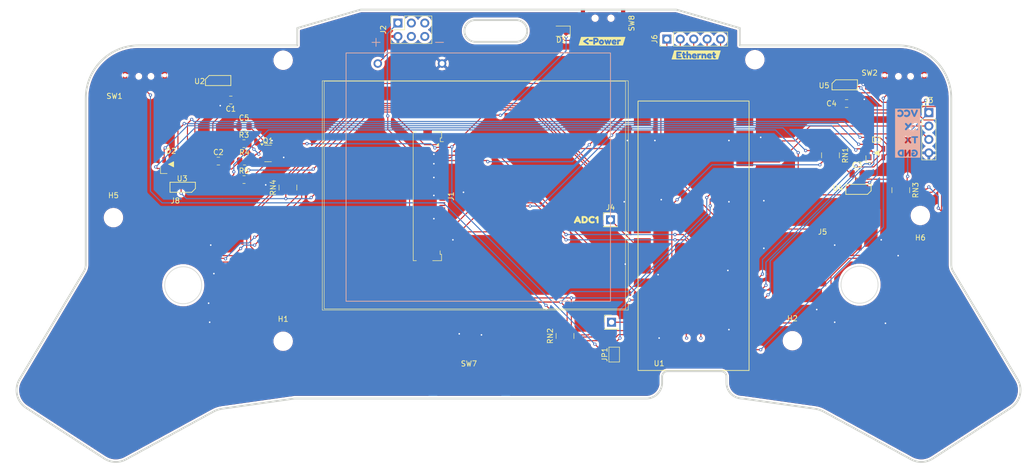
<source format=kicad_pcb>
(kicad_pcb (version 20240108) (generator "pcbnew") (generator_version "8.0")
  (layers (0 "F.Cu" signal) (31 "B.Cu" signal) (34 "B.Paste" user) (35 "F.Paste" user) (36 "B.SilkS" user "B.Silkscreen") (37 "F.SilkS" user "F.Silkscreen") (38 "B.Mask" user) (39 "F.Mask" user) (44 "Edge.Cuts" user))
  (net 0 "")
  (net 1 "Net-(BT1-+)")
  (net 2 "VSS")
  (net 3 "A")
  (net 4 "Net-(D1-A)")
  (net 5 "R1")
  (net 6 "G1")
  (net 7 "B1")
  (net 8 "Net-(D2-A)")
  (net 9 "B2")
  (net 10 "Net-(J6-Pin_5)")
  (net 11 "Net-(J6-Pin_1)")
  (net 12 "Net-(D3-A)")
  (net 14 "Disp_RESET")
  (net 17 "XR")
  (net 25 "YU")
  (net 26 "RS")
  (net 27 "YD")
  (net 28 "XL")
  (net 31 "SDA")
  (net 34 "K")
  (net 37 "DE")
  (net 38 "WR")
  (net 47 "TX")
  (net 48 "RX")
  (net 49 "Net-(J4-Pin_1)")
  (net 50 "Net-(J7-Pin_1)")
  (net 51 "Net-(Q1-B)")
  (net 52 "Net-(Q1-C)")
  (net 53 "BL")
  (net 55 "Y")
  (net 57 "Up")
  (net 58 "Down")
  (net 59 "Left")
  (net 60 "X")
  (net 61 "B")
  (net 62 "Right")
  (net 63 "Select")
  (net 64 "Start")
  (net 66 "Net-(J6-Pin_3)")
  (net 67 "Net-(J6-Pin_2)")
  (net 68 "Net-(J6-Pin_4)")
  (net 69 "Net-(JP1-A)")
  (net 70 "Net-(J9-Pin_1)")
  (net 71 "Net-(J9-Pin_2)")
  (net 73 "Net-(U2-Dout)")
  (net 74 "/SK6812")
  (net 75 "Net-(U3-Dout)")
  (net 76 "Net-(U4-Dout)")
  (net 77 "unconnected-(U5-Dout-Pad3)")
  (net 80 "LeftBumper")
  (net 81 "RightBumper")
  (net 84 "Abtn")
  (net 85 "VCC")
  (footprint "kibuzzard-6692EF4B" (layer "F.Cu") (at 192 32)
    (property "Reference" "kibuzzard-6692EF4B" (hide yes))
    (property "Value" "G***" (hide yes))
  )
  (footprint "Connector_PinHeader_2.54mm:PinHeader_1x04_P2.54mm_Vertical" (layer "F.Cu") (at 236 42.92)
    (property "Reference" "J3")
    (property "Value" "Conn_01x04")
  )
  (footprint "MountingHole:MountingHole_3.2mm_M3" (layer "F.Cu") (at 81.8 62.8)
    (property "Reference" "H5")
    (property "Value" "MountingHole")
  )
  (footprint "Resistor_SMD:R_0805_2012Metric" (layer "F.Cu") (at 106.4875 48.8)
    (property "Reference" "R3")
    (property "Value" "1k")
  )
  (footprint "MountingHole:MountingHole_3.2mm_M3" (layer "F.Cu") (at 113.9 86.2)
    (property "Reference" "H1")
    (property "Value" "MountingHole")
  )
  (footprint "Capacitor_SMD:C_0805_2012Metric" (layer "F.Cu") (at 220.45 41.2)
    (property "Reference" "C4")
    (property "Value" "100nF")
  )
  (footprint "MountingHole:MountingHole_3.2mm_M3" (layer "F.Cu") (at 234.4 62.4 180)
    (property "Reference" "H6")
    (property "Value" "MountingHole")
  )
  (footprint "UE_LED:SK6812SIDE-A-RVS" (layer "F.Cu") (at 94.8 56.8)
    (property "Reference" "U3")
    (property "Value" "SK6812_Side")
  )
  (footprint "UE_Buttons:TSB003A3518A_RightAngle_Anchor" (layer "F.Cu") (at 83.6 34.8)
    (property "Reference" "SW1")
    (property "Value" "LB")
  )
  (footprint "Connector_PinSocket_2.54mm:PinSocket_2x03_P2.54mm_Vertical" (layer "F.Cu") (at 135.6 25.96 90)
    (property "Reference" "J2")
    (property "Value" "SAO Conn")
  )
  (footprint "Resistor_SMD:R_Array_Convex_4x0603" (layer "F.Cu") (at 114.8 57.1 90)
    (property "Reference" "RN4")
    (property "Value" "R_Pack04")
  )
  (footprint "Capacitor_SMD:C_0805_2012Metric" (layer "F.Cu") (at 104 40.54 180)
    (property "Reference" "C1")
    (property "Value" "100nF")
  )
  (footprint "Connector_PinHeader_2.54mm:PinHeader_1x05_P2.54mm_Vertical" (layer "F.Cu") (at 186.46 29 90)
    (property "Reference" "J6")
    (property "Value" "Ethernet")
  )
  (footprint "Resistor_SMD:R_Array_Convex_4x0603" (layer "F.Cu") (at 217.4 51 -90)
    (property "Reference" "RN1")
    (property "Value" "R_Pack04")
  )
  (footprint "Capacitor_SMD:C_0805_2012Metric" (layer "F.Cu") (at 101.65 52.1)
    (property "Reference" "C2")
    (property "Value" "100nF")
  )
  (footprint "MountingHole:MountingHole_3.2mm_M3" (layer "F.Cu") (at 210.2 86.1)
    (property "Reference" "H2")
    (property "Value" "MountingHole")
  )
  (footprint "UE_LED:SK6812SIDE-A-RVS" (layer "F.Cu") (at 222.6 57.2)
    (property "Reference" "U4")
    (property "Value" "SK6812_Side")
  )
  (footprint "UE_Buttons:Xbox_DPad" (layer "F.Cu") (at 222.9 75.5)
    (property "Reference" "J5")
    (property "Value" "XYAB")
    (fp_circle (center 0 0) (end 3.5 0) (stroke (width 0.12)) (fill none) (layer "Edge.Cuts"))
  )
  (footprint "UE_Buttons:SK-3296S_switch" (layer "F.Cu") (at 174.39 25.05)
    (property "Reference" "SW8")
    (property "Value" "SW_SPDT")
  )
  (footprint "Package_TO_SOT_SMD:SOT-23" (layer "F.Cu") (at 111.0375 50.65)
    (property "Reference" "Q1")
    (property "Value" "Q_NPN_BCE")
  )
  (footprint "MountingHole:MountingHole_3.2mm_M3" (layer "F.Cu") (at 203.1 32.9)
    (property "Reference" "H3" (hide yes))
    (property "Value" "MountingHole")
  )
  (footprint "Capacitor_SMD:C_0805_2012Metric" (layer "F.Cu") (at 222.45 54.5)
    (property "Reference" "C3")
    (property "Value" "100nF")
  )
  (footprint "UE_Buttons:Xbox_DPad" (layer "F.Cu") (at 95 75.6)
    (property "Reference" "J8")
    (property "Value" "DPad")
    (fp_circle (center 0 0) (end 3.5 0) (stroke (width 0.12)) (fill none) (layer "Edge.Cuts"))
  )
  (footprint "UE_LED:XL-3227RGB_LED" (layer "F.Cu") (at 92.7 52.7)
    (property "Reference" "D2")
    (property "Value" "LED_RGBA")
  )
  (footprint "Connector_PinHeader_2.54mm:PinHeader_1x01_P2.54mm_Vertical" (layer "F.Cu") (at 175.8 63.2)
    (property "Reference" "J4")
    (property "Value" "Conn_01x01")
  )
  (footprint "UE_Buttons:StartSel-Dome" (layer "F.Cu") (at 149.025 90.95)
    (property "Reference" "SW7")
    (property "Value" "Start/Sel")
  )
  (footprint "Diode_SMD:D_0805_2012Metric" (layer "F.Cu") (at 166.5 27.5 180)
    (property "Reference" "D1")
    (property "Value" "D_Schottky")
  )
  (footprint "UE_Buttons:TSB003A3518A_RightAngle_Anchor" (layer "F.Cu") (at 227.25 34.8)
    (property "Reference" "SW2")
    (property "Value" "RB")
  )
  (footprint "UE_Module:MIlkV-Duo" (layer "F.Cu") (at 202.8 91.16 180)
    (property "Reference" "U1")
    (property "Value" "MilkV Duo")
  )
  (footprint "Resistor_SMD:R_Array_Convex_4x0603" (layer "F.Cu") (at 167.2 85.2 90)
    (property "Reference" "RN2")
    (property "Value" "R_Pack04")
  )
  (footprint "UE_LED:SK6812SIDE-A-RVS" (layer "F.Cu") (at 220.2 37.9 180)
    (property "Reference" "U5")
    (property "Value" "SK6812_Side")
  )
  (footprint "UE_LED:XL-3227RGB_LED" (layer "F.Cu") (at 226.105 50.57)
    (property "Reference" "D3")
    (property "Value" "LED_RGBA")
  )
  (footprint "Resistor_SMD:R_0805_2012Metric" (layer "F.Cu") (at 106.5 55.6)
    (property "Reference" "R5")
    (property "Value" "10R")
  )
  (footprint "Jumper:SolderJumper-2_P1.3mm_Open_TrianglePad1.0x1.5mm" (layer "F.Cu") (at 176.5 88.725 90)
    (property "Reference" "JP1")
    (property "Value" "USB_Pwr")
  )
  (footprint "Connector_PinHeader_2.54mm:PinHeader_1x01_P2.54mm_Vertical" (layer "F.Cu") (at 176 82.6)
    (property "Reference" "J7" (hide yes))
    (property "Value" "Conn_01x01")
  )
  (footprint "UE_LED:SK6812SIDE-A-RVS" (layer "F.Cu") (at 101.7 37.1 180)
    (property "Reference" "U2")
    (property "Value" "SK6812_Side")
  )
  (footprint "kibuzzard-6692EF58" (layer "F.Cu") (at 174.2 29.4)
    (property "Reference" "kibuzzard-6692EF58" (hide yes))
    (property "Value" "G***" (hide yes))
  )
  (footprint "Resistor_SMD:R_Array_Convex_4x0603" (layer "F.Cu") (at 230.7 57.6 -90)
    (property "Reference" "RN3")
    (property "Value" "R_Pack04")
  )
  (footprint "MountingHole:MountingHole_3.2mm_M3" (layer "F.Cu") (at 113.9 33)
    (property "Reference" "H4" (hide yes))
    (property "Value" "MountingHole")
  )
  (footprint "UE-Connector:Omron_XF2M-4015-1A_1x40-1MP_P0.5mm_Horizontal" (layer "F.Cu") (at 141.945 58.74 -90)
    (property "Reference" "J1")
    (property "Value" "2.8\" Display")
  )
  (footprint "Resistor_SMD:R_0805_2012Metric" (layer "F.Cu") (at 106.5875 52.1)
    (property "Reference" "R4")
    (property "Value" "10k")
  )
  (footprint "kibuzzard-6692EF2E" (layer "F.Cu") (at 171.2 63.2)
    (property "Reference" "kibuzzard-6692EF2E" (hide yes))
    (property "Value" "G***" (hide yes))
  )
  (footprint "Capacitor_SMD:C_0805_2012Metric" (layer "F.Cu") (at 106.5 45.5 180)
    (property "Reference" "C5")
    (property "Value" "1uF")
  )
  (footprint "UE-Battery:AAA_TH_UM-4" (layer "B.Cu") (at 175.7975 31.6275 180)
    (property "Reference" "BT1" (hide yes))
    (property "Value" "Battery")
  )
  (footprint "kibuzzard-6692EF0B" (layer "B.Cu") (at 232 46.8 180)
    (property "Reference" "kibuzzard-6692EF0B" (hide yes))
    (property "Value" "G***" (hide yes))
  )
  (gr_rect (start 121.294256 36.895514) (end 179.166814 80.30905) (stroke (width 0.1)) (fill none) (layer "F.SilkS"))
  (gr_rect (start 121.649486 36.982034) (end 178.649486 80.082034) (stroke (width 0.1)) (fill none) (layer "F.SilkS"))
  (gr_poly (pts (xy 158 25.4) (xy 158.105579 25.403019) (xy 158.209761 25.411275) (xy 158.312417 25.424641) (xy 158.41342 25.442987) (xy 158.512642 25.466186) (xy 158.609953 25.494108) (xy 158.705227 25.526624) (xy 158.798334 25.563607) (xy 158.889147 25.604927) (xy 158.977537 25.650457) (xy 159.063377 25.700066) (xy 159.146537 25.753628) (xy 159.226891 25.811012) (xy 159.304309 25.872092) (xy 159.378663 25.936737) (xy 159.449826 26.004819) (xy 159.51767 26.07621) (xy 159.582065 26.150781) (xy 159.642884 26.228403) (xy 159.699998 26.308949) (xy 159.75328 26.392289) (xy 159.802602 26.478294) (xy 159.847834 26.566836) (xy 159.888849 26.657787) (xy 159.925519 26.751018) (xy 159.957716 26.846399) (xy 159.985311 26.943804) (xy 160.008176 27.043102) (xy 160.026183 27.144166) (xy 160.039204 27.246867) (xy 160.04711 27.351075) (xy 160.049774 27.456664) (xy 160.04711 27.562252) (xy 160.039204 27.66646) (xy 160.026183 27.769161) (xy 160.008176 27.870225) (xy 159.985311 27.969523) (xy 159.957717 28.066928) (xy 159.92552 28.16231) (xy 159.888851 28.255541) (xy 159.847836 28.346492) (xy 159.802603 28.435034) (xy 159.753282 28.52104) (xy 159.700001 28.60438) (xy 159.642887 28.684925) (xy 159.582068 28.762548) (xy 159.517673 28.83712) (xy 159.44983 28.908511) (xy 159.378668 28.976593) (xy 159.304313 29.041239) (xy 159.226895 29.102318) (xy 159.146542 29.159703) (xy 159.063382 29.213265) (xy 158.977543 29.262875) (xy 158.889153 29.308405) (xy 158.79834 29.349726) (xy 158.705233 29.386709) (xy 158.60996 29.419226) (xy 158.512649 29.447148) (xy 158.413428 29.470347) (xy 158.312425 29.488694) (xy 158.209769 29.50206) (xy 158.105587 29.510317) (xy 158.000008 29.513337) (xy 150.224076 29.5133) (xy 150.118555 29.510205) (xy 150.014433 29.501878) (xy 149.911838 29.488448) (xy 149.810897 29.470044) (xy 149.71174 29.446793) (xy 149.614493 29.418825) (xy 149.519284 29.386268) (xy 149.426242 29.34925) (xy 149.335495 29.3079) (xy 149.24717 29.262346) (xy 149.161396 29.212716) (xy 149.078299 29.15914) (xy 148.998009 29.101746) (xy 148.920654 29.040662) (xy 148.84636 28.976016) (xy 148.775256 28.907938) (xy 148.707471 28.836555) (xy 148.643131 28.761996) (xy 148.582366 28.684389) (xy 148.525302 28.603864) (xy 148.472068 28.520548) (xy 148.422792 28.43457) (xy 148.377602 28.346058) (xy 148.336625 28.255142) (xy 148.29999 28.161948) (xy 148.267825 28.066607) (xy 148.240257 27.969246) (xy 148.217414 27.869993) (xy 148.199425 27.768978) (xy 148.186418 27.666329) (xy 148.178519 27.562173) (xy 148.175858 27.456641) (xy 148.178518 27.351108) (xy 148.186416 27.246953) (xy 148.199423 27.144303) (xy 148.217412 27.043288) (xy 148.240254 26.944035) (xy 148.267821 26.846674) (xy 148.299986 26.751332) (xy 148.336621 26.658139) (xy 148.377597 26.567222) (xy 148.422787 26.47871) (xy 148.472063 26.392732) (xy 148.525296 26.309416) (xy 148.58236 26.22889) (xy 148.643125 26.151284) (xy 148.707464 26.076724) (xy 148.77525 26.005341) (xy 148.846353 25.937262) (xy 148.920647 25.872617) (xy 148.998002 25.811532) (xy 149.078292 25.754137) (xy 149.161388 25.700561) (xy 149.247163 25.650931) (xy 149.335488 25.605377) (xy 149.426235 25.564026) (xy 149.519277 25.527008) (xy 149.614485 25.49445) (xy 149.711732 25.466482) (xy 149.81089 25.443231) (xy 149.91183 25.424826) (xy 150.014425 25.411396) (xy 150.118547 25.403069) (xy 150.224068 25.399973)) (stroke (width 0.349999)) (fill none) (layer "Edge.Cuts"))
  (gr_poly (pts (xy 200.249665 26.915406) (xy 200.249665 30.192877) (xy 230.249664 30.192877) (xy 230.745538 30.205167) (xy 231.238045 30.241811) (xy 231.726367 30.302468) (xy 232.209683 30.3868) (xy 232.687175 30.494468) (xy 233.158023 30.62513) (xy 233.621406 30.778449) (xy 234.076506 30.954084) (xy 234.522502 31.151696) (xy 234.958576 31.370946) (xy 235.383907 31.611493) (xy 235.797676 31.872999) (xy 236.199064 32.155124) (xy 236.58725 32.457528) (xy 236.961415 32.779873) (xy 237.32074 33.121817) (xy 237.662684 33.481142) (xy 237.985028 33.855308) (xy 238.287432 34.243495) (xy 238.569557 34.644883) (xy 238.831062 35.058654) (xy 239.07161 35.483986) (xy 239.290859 35.920061) (xy 239.48847 36.366058) (xy 239.664105 36.821159) (xy 239.817423 37.284543) (xy 239.948084 37.755391) (xy 240.05575 38.232884) (xy 240.14008 38.7162) (xy 240.200736 39.204521) (xy 240.237377 39.697028) (xy 240.249664 40.1929) (xy 240.249664 71.712653) (xy 240.251088 71.797093) (xy 240.255351 71.881267) (xy 240.262434 71.965106) (xy 240.272319 72.048541) (xy 240.284987 72.131505) (xy 240.300419 72.213927) (xy 240.318596 72.295741) (xy 240.339499 72.376877) (xy 240.363108 72.457267) (xy 240.389407 72.536841) (xy 240.418374 72.615532) (xy 240.449991 72.693272) (xy 240.48424 72.76999) (xy 240.521101 72.845619) (xy 240.560556 72.92009) (xy 240.602585 72.993334) (xy 252.778244 93.407336) (xy 252.876616 93.581902) (xy 252.965363 93.759312) (xy 253.044562 93.939244) (xy 253.114285 94.121376) (xy 253.174609 94.305387) (xy 253.225606 94.490956) (xy 253.267354 94.677761) (xy 253.299925 94.865483) (xy 253.323394 95.053798) (xy 253.337837 95.242386) (xy 253.343327 95.430925) (xy 253.33994 95.619095) (xy 253.32775 95.806574) (xy 253.306832 95.993041) (xy 253.27726 96.178174) (xy 253.239109 96.361652) (xy 253.192454 96.543154) (xy 253.137369 96.722359) (xy 253.07393 96.898945) (xy 253.00221 97.072592) (xy 252.922284 97.242977) (xy 252.834227 97.40978) (xy 252.738114 97.572679) (xy 252.634019 97.731354) (xy 252.522017 97.885482) (xy 252.402182 98.034743) (xy 252.27459 98.178815) (xy 252.139314 98.317377) (xy 251.99643 98.450107) (xy 251.846012 98.576685) (xy 251.688135 98.69679) (xy 251.522873 98.810099) (xy 236.75261 108.410738) (xy 236.517462 108.55239) (xy 236.275243 108.676615) (xy 236.026869 108.78338) (xy 235.773252 108.87265) (xy 235.515307 108.94439) (xy 235.253948 108.998565) (xy 234.990089 109.03514) (xy 234.724644 109.054081) (xy 234.458527 109.055353) (xy 234.192652 109.038921) (xy 233.927933 109.004751) (xy 233.665284 108.952806) (xy 233.405619 108.883054) (xy 233.149853 108.795459) (xy 232.898899 108.689985) (xy 232.653672 108.566599) (xy 216.148438 99.541712) (xy 216.048861 99.488716) (xy 215.948205 99.438024) (xy 215.84651 99.38965) (xy 215.743816 99.343606) (xy 215.640163 99.299906) (xy 215.535594 99.258565) (xy 215.430147 99.219595) (xy 215.323864 99.18301) (xy 215.216786 99.148823) (xy 215.108952 99.117048) (xy 215.000403 99.087698) (xy 214.891181 99.060787) (xy 214.781326 99.036328) (xy 214.670877 99.014335) (xy 214.559877 98.994822) (xy 214.448365 98.977801) (xy 200.749664 97.044627) (xy 200.731278 97.044627) (xy 200.582515 97.040941) (xy 200.434762 97.029949) (xy 200.288265 97.011753) (xy 200.143269 96.986454) (xy 200.00002 96.954155) (xy 199.858764 96.914956) (xy 199.719747 96.868961) (xy 199.583216 96.81627) (xy 199.449416 96.756986) (xy 199.318592 96.691211) (xy 199.190991 96.619046) (xy 199.06686 96.540593) (xy 198.946443 96.455955) (xy 198.829986 96.365232) (xy 198.717737 96.268527) (xy 198.60994 96.165942) (xy 198.507354 96.058145) (xy 198.410649 95.945895) (xy 198.319927 95.829439) (xy 198.235288 95.709022) (xy 198.156835 95.58489) (xy 198.084671 95.457289) (xy 198.018896 95.326466) (xy 197.959612 95.192666) (xy 197.906922 95.056134) (xy 197.860927 94.917118) (xy 197.821729 94.775862) (xy 197.789431 94.632613) (xy 197.764133 94.487617) (xy 197.745937 94.341119) (xy 197.734947 94.193366) (xy 197.731262 94.044604) (xy 197.731278 92.876536) (xy 197.730048 92.82694) (xy 197.726383 92.777682) (xy 197.720317 92.728843) (xy 197.711882 92.680505) (xy 197.701114 92.632751) (xy 197.688046 92.585662) (xy 197.672713 92.53932) (xy 197.655148 92.493807) (xy 197.635385 92.449205) (xy 197.613459 92.405596) (xy 197.589403 92.363061) (xy 197.563251 92.321683) (xy 197.535038 92.281544) (xy 197.504798 92.242725) (xy 197.472563 92.205308) (xy 197.43837 92.169375) (xy 197.402433 92.13518) (xy 197.365012 92.102946) (xy 197.32619 92.072705) (xy 197.286048 92.044493) (xy 197.244667 92.018343) (xy 197.202131 91.994288) (xy 197.158521 91.972364) (xy 197.113918 91.952604) (xy 197.068406 91.935041) (xy 197.022065 91.919711) (xy 196.974978 91.906646) (xy 196.927227 91.895881) (xy 196.878893 91.887449) (xy 196.830059 91.881386) (xy 196.780806 91.877724) (xy 196.731217 91.876498) (xy 186.567429 91.876536) (xy 186.515971 91.877839) (xy 186.465189 91.881702) (xy 186.415146 91.888063) (xy 186.365903 91.896858) (xy 186.317525 91.908025) (xy 186.270074 91.921502) (xy 186.223612 91.937223) (xy 186.178203 91.955129) (xy 186.133909 91.975155) (xy 186.090793 91.997238) (xy 186.048919 92.021316) (xy 186.008348 92.047326) (xy 185.969143 92.075206) (xy 185.931369 92.104891) (xy 185.895086 92.13632) (xy 185.860359 92.16943) (xy 185.827249 92.204158) (xy 185.79582 92.24044) (xy 185.766135 92.278216) (xy 185.738255 92.31742) (xy 185.712245 92.357991) (xy 185.688168 92.399865) (xy 185.666084 92.442981) (xy 185.646059 92.487275) (xy 185.628154 92.532684) (xy 185.612432 92.579145) (xy 185.598956 92.626596) (xy 185.587789 92.674974) (xy 185.578994 92.724216) (xy 185.572633 92.774259) (xy 185.56877 92.825041) (xy 185.567467 92.876498) (xy 185.567429 94.044627) (xy 185.563525 94.199002) (xy 185.55194 94.351351) (xy 185.532863 94.501485) (xy 185.506481 94.649215) (xy 185.472983 94.794354) (xy 185.432558 94.936712) (xy 185.385394 95.076101) (xy 185.33168 95.212333) (xy 185.271604 95.345219) (xy 185.205354 95.474571) (xy 185.13312 95.6002) (xy 185.055089 95.721917) (xy 184.97145 95.839535) (xy 184.882392 95.952864) (xy 184.788102 96.061716) (xy 184.68877 96.165904) (xy 184.584585 96.265237) (xy 184.475733 96.359528) (xy 184.362405 96.448588) (xy 184.244788 96.532229) (xy 184.123071 96.610262) (xy 183.997443 96.682499) (xy 183.868092 96.748751) (xy 183.735205 96.80883) (xy 183.598973 96.862547) (xy 183.459583 96.909714) (xy 183.317224 96.950142) (xy 183.172085 96.983642) (xy 183.024353 97.010028) (xy 182.874218 97.029108) (xy 182.721867 97.040697) (xy 182.56749 97.044604) (xy 116.069664 97.044627) (xy 102.370987 98.977786) (xy 102.259474 98.994806) (xy 102.148472 99.01432) (xy 102.038022 99.036312) (xy 101.928164 99.06077) (xy 101.81894 99.087681) (xy 101.710388 99.117031) (xy 101.602552 99.148805) (xy 101.49547 99.182992) (xy 101.389183 99.219578) (xy 101.283733 99.258548) (xy 101.17916 99.29989) (xy 101.075503 99.343591) (xy 100.972805 99.389635) (xy 100.871105 99.438012) (xy 100.770445 99.488706) (xy 100.670864 99.541705) (xy 84.16568 108.566576) (xy 83.920453 108.689958) (xy 83.6695 108.795428) (xy 83.413735 108.88302) (xy 83.154072 108.95277) (xy 82.891426 109.004712) (xy 82.626709 109.038882) (xy 82.360837 109.055312) (xy 82.094722 109.054039) (xy 81.829279 109.035098) (xy 81.565422 108.998522) (xy 81.304065 108.944347) (xy 81.046122 108.872608) (xy 80.792506 108.783339) (xy 80.544132 108.676575) (xy 80.301914 108.55235) (xy 80.066765 108.4107) (xy 65.296479 98.810084) (xy 65.131215 98.696775) (xy 64.973335 98.576671) (xy 64.822915 98.450094) (xy 64.680029 98.317363) (xy 64.544751 98.178801) (xy 64.417157 98.034729) (xy 64.29732 97.885469) (xy 64.185316 97.73134) (xy 64.081219 97.572666) (xy 63.985104 97.409766) (xy 63.897045 97.242962) (xy 63.817117 97.072577) (xy 63.745396 96.89893) (xy 63.681954 96.722342) (xy 63.626868 96.543137) (xy 63.580211 96.361634) (xy 63.542059 96.178155) (xy 63.512485 95.99302) (xy 63.491566 95.806553) (xy 63.479374 95.619073) (xy 63.475986 95.430902) (xy 63.481475 95.242361) (xy 63.495917 95.053772) (xy 63.519385 94.865456) (xy 63.551955 94.677733) (xy 63.593702 94.490926) (xy 63.644699 94.305356) (xy 63.705022 94.121343) (xy 63.774745 93.93921) (xy 63.853943 93.759277) (xy 63.94269 93.581866) (xy 64.041062 93.407298) (xy 76.216767 72.993262) (xy 76.258789 72.920022) (xy 76.298238 72.845555) (xy 76.335093 72.769931) (xy 76.369338 72.693217) (xy 76.400951 72.615484) (xy 76.429915 72.536798) (xy 76.45621 72.45723) (xy 76.479819 72.376847) (xy 76.50072 72.295718) (xy 76.518897 72.213912) (xy 76.534329 72.131497) (xy 76.546998 72.048543) (xy 76.556885 71.965117) (xy 76.563971 71.881288) (xy 76.568237 71.797126) (xy 76.569664 71.712698) (xy 76.569664 40.192877) (xy 76.582676 39.678282) (xy 76.621293 39.170441) (xy 76.684886 38.669984) (xy 76.772828 38.177539) (xy 76.88449 37.693734) (xy 77.019243 37.219198) (xy 77.17646 36.754559) (xy 77.355512 36.300445) (xy 77.555771 35.857484) (xy 77.776608 35.426305) (xy 78.017394 35.007537) (xy 78.277503 34.601807) (xy 78.556306 34.209744) (xy 78.853173 33.831975) (xy 79.167477 33.469131) (xy 79.49859 33.121838) (xy 79.845883 32.790725) (xy 80.208727 32.476421) (xy 80.586496 32.179553) (xy 80.978559 31.90075) (xy 81.384289 31.640641) (xy 81.803059 31.399853) (xy 82.234238 31.179015) (xy 82.677199 30.978756) (xy 83.131314 30.799704) (xy 83.595954 30.642486) (xy 84.070491 30.507731) (xy 84.554297 30.396069) (xy 85.046743 30.308126) (xy 85.547202 30.244531) (xy 86.055044 30.205913) (xy 86.569641 30.1929) (xy 86.569664 30.192877) (xy 116.569664 30.192877) (xy 116.569664 26.915406) (xy 128.569664 23.417296) (xy 188.249665 23.417296)) (stroke (width 0.349999)) (fill none) (layer "Edge.Cuts"))
  (segment (start 173.75 29.125) (end 173.64 29.015) (width 0.2) (layer "F.Cu") (net 1))
  (segment (start 173.64 29.015) (end 173.64 27.175) (width 0.2) (layer "F.Cu") (net 1))
  (segment (start 133.825 31.6) (end 172.6 31.6) (width 0.2) (layer "F.Cu") (net 1))
  (segment (start 131.7975 33.6275) (end 133.825 31.6) (width 0.2) (layer "F.Cu") (net 1))
  (segment (start 173.75 30.45) (end 173.75 29.125) (width 0.2) (layer "F.Cu") (net 1))
  (segment (start 172.6 31.6) (end 173.75 30.45) (width 0.2) (layer "F.Cu") (net 1))
  (segment (start 142.4 50.8) (end 143.21 49.99) (width 0.2) (layer "F.Cu") (net 2))
  (segment (start 226.9 81.9) (end 227.8 82.8) (width 0.2) (layer "F.Cu") (net 2))
  (segment (start 178.48 59.88) (end 178.4 59.8) (width 0.2) (layer "F.Cu") (net 2))
  (segment (start 184.92 59.88) (end 185.4 59.4) (width 0.2) (layer "F.Cu") (net 2))
  (segment (start 147.2 90.85) (end 147.2 87.411201) (width 0.2) (layer "F.Cu") (net 2))
  (segment (start 101.5 72.7) (end 100.8 73.4) (width 0.2) (layer "F.Cu") (net 2))
  (segment (start 216.2 78.3) (end 216.2 78.822532) (width 0.2) (layer "F.Cu") (net 2))
  (segment (start 143.21 49.99) (end 143.995 49.99) (width 0.2) (layer "F.Cu") (net 2))
  (segment (start 142.4 63.67) (end 142.465 63.735) (width 0.2) (layer "F.Cu") (net 2))
  (segment (start 151.323855 87.6) (end 151.323855 85.076145) (width 0.2) (layer "F.Cu") (net 2))
  (segment (start 101.5 72.4) (end 101.5 72.7) (width 0.2) (layer "F.Cu") (net 2))
  (segment (start 201.66 72.58) (end 204.8 69.44) (width 0.2) (layer "F.Cu") (net 2))
  (segment (start 99.4 82) (end 100 82.6) (width 0.2) (layer "F.Cu") (net 2))
  (segment (start 218.9 81.9) (end 218.2 82.6) (width 0.2) (layer "F.Cu") (net 2))
  (segment (start 204.8 69.44) (end 204.8 68.6) (width 0.2) (layer "F.Cu") (net 2))
  (segment (start 143.21 52.99) (end 143.995 52.99) (width 0.2) (layer "F.Cu") (net 2))
  (segment (start 101.5 78.4) (end 100.4 78.4) (width 0.2) (layer "F.Cu") (net 2))
  (segment (start 142.8 53) (end 143.2 53) (width 0.2) (layer "F.Cu") (net 2))
  (segment (start 216.2 78.822532) (end 214.822532 80.2) (width 0.2) (layer "F.Cu") (net 2))
  (segment (start 201.2 47.18) (end 203.78 47.18) (width 0.2) (layer "F.Cu") (net 2))
  (segment (start 142.465 65.235) (end 142.465 63.735) (width 0.2) (layer "F.Cu") (net 2))
  (segment (start 181.82 59.88) (end 178.48 59.88) (width 0.2) (layer "F.Cu") (net 2))
  (segment (start 226.424874 68.597658) (end 225.902342 68.597658) (width 0.2) (layer "F.Cu") (net 2))
  (segment (start 181.82 85.28) (end 184.68 85.28) (width 0.2) (layer "F.Cu") (net 2))
  (segment (start 199.48 85.28) (end 198.2 84) (width 0.2) (layer "F.Cu") (net 2))
  (segment (start 182.84 48.2) (end 184.2 48.2) (width 0.2) (layer "F.Cu") (net 2))
  (segment (start 181.82 47.18) (end 180.8 48.2) (width 0.2) (layer "F.Cu") (net 2))
  (segment (start 97.9 68.8) (end 99.4 68.8) (width 0.2) (layer "F.Cu") (net 2))
  (segment (start 198.22 72.58) (end 198 72.8) (width 0.2) (layer "F.Cu") (net 2))
  (segment (start 142.4 52.6) (end 143.885 52.6) (width 0.2) (layer "F.Cu") (net 2))
  (segment (start 143.22 64.49) (end 143.995 64.49) (width 0.2) (layer "F.Cu") (net 2))
  (segment (start 97.9 82) (end 99.4 82) (width 0.2) (layer "F.Cu") (net 2))
  (segment (start 143.22 65.99) (end 142.465 65.235) (width 0.2) (layer "F.Cu") (net 2))
  (segment (start 147.2 84.8) (end 147.2 87.411201) (width 0.2) (layer "F.Cu") (net 2))
  (segment (start 184.68 85.28) (end 185 85.6) (width 0.2) (layer "F.Cu") (net 2))
  (segment (start 225.8 81.9) (end 226.9 81.9) (width 0.2) (layer "F.Cu") (net 2))
  (segment (start 142.4 52.6) (end 142.8 53) (width 0.2) (layer "F.Cu") (net 2))
  (segment (start 151.263855 91.163855) (end 151.263855 87.66) (width 0.2) (layer "F.Cu") (net 2))
  (segment (start 146.375 91.675) (end 147.2 90.85) (width 0.2) (layer "F.Cu") (net 2))
  (segment (start 151.8 91.7) (end 151.263855 91.163855) (width 0.2) (layer "F.Cu") (net 2))
  (segment (start 229.4 71.774004) (end 230.2 70.974004) (width 0.2) (layer "F.Cu") (net 2))
  (segment (start 143.995 65.99) (end 143.22 65.99) (width 0.2) (layer "F.Cu") (net 2))
  (segment (start 143.2 53) (end 143.21 52.99) (width 0.2) (layer "F.Cu") (net 2))
  (segment (start 180.8 48.2) (end 179 48.2) (width 0.2) (layer "F.Cu") (net 2))
  (segment (start 100.4 78.4) (end 99.8 79) (width 0.2) (layer "F.Cu") (net 2))
  (segment (start 143.885 52.6) (end 143.995 52.49) (width 0.2) (layer "F.Cu") (net 2))
  (segment (start 181.82 72.58) (end 180.84 71.6) (width 0.2) (layer "F.Cu") (net 2))
  (segment (start 227 68.022532) (end 226.424874 68.597658) (width 0.2) (layer "F.Cu") (net 2))
  (segment (start 219.8 81.9) (end 218.9 81.9) (width 0.2) (layer "F.Cu") (net 2))
  (segment (start 181.82 47.18) (end 182.84 48.2) (width 0.2) (layer "F.Cu") (net 2))
  (segment (start 203.78 47.18) (end 204.2 47.6) (width 0.2) (layer "F.Cu") (net 2))
  (segment (start 219.8 68.7) (end 218.9 68.7) (width 0.2) (layer "F.Cu") (net 2))
  (segment (start 183.78 72.58) (end 184.8 73.6) (width 0.2) (layer "F.Cu") (net 2))
  (segment (start 151.263855 87.66) (end 151.323855 87.6) (width 0.2) (layer "F.Cu") (net 2))
  (segment (start 201.2 47.18) (end 199.22 47.18) (width 0.2) (layer "F.Cu") (net 2))
  (segment (start 142.71 50.49) (end 143.995 50.49) (width 0.2) (layer "F.Cu") (net 2))
  (segment (start 99.4 68.8) (end 100.2 68) (width 0.2) (layer "F.Cu") (net 2))
  (segment (start 142.4 50.8) (end 142.71 50.49) (width 0.2) (layer "F.Cu") (net 2))
  (segment (start 102 41.59) (end 103.05 40.54) (width 0.2) (layer "F.Cu") (net 2))
  (segment (start 181.82 59.88) (end 184.92 59.88) (width 0.2) (layer "F.Cu") (net 2))
  (segment (start 204.52 59.88) (end 204.8 59.6) (width 0.2) (layer "F.Cu") (net 2))
  (segment (start 201.2 59.88) (end 198.28 59.88) (width 0.2) (layer "F.Cu") (net 2))
  (segment (start 181.82 72.58) (end 183.78 72.58) (width 0.2) (layer "F.Cu") (net 2))
  (segment (start 201.2 72.58) (end 201.66 72.58) (width 0.2) (layer "F.Cu") (net 2))
  (segment (start 227 67) (end 227 68.022532) (width 0.2) (layer "F.Cu") (net 2))
  (segment (start 214.822532 80.2) (end 214.8 80.2) (width 0.2) (layer "F.Cu") (net 2))
  (segment (start 199.22 47.18) (end 198.2 48.2) (width 0.2) (layer "F.Cu") (net 2))
  (segment (start 201.2 59.88) (end 204.52 59.88) (width 0.2) (layer "F.Cu") (net 2))
  (segment (start 201.2 85.28) (end 199.48 85.28) (width 0.2) (layer "F.Cu") (net 2))
  (segment (start 230.2 70.974004) (end 230.2 70) (width 0.2) (layer "F.Cu") (net 2))
  (segment (start 102 41.6) (end 102 41.59) (width 0.2) (layer "F.Cu") (net 2))
  (segment (start 180.84 71.6) (end 178.6 71.6) (width 0.2) (layer "F.Cu") (net 2))
  (segment (start 142.465 63.735) (end 143.22 64.49) (width 0.2) (layer "F.Cu") (net 2))
  (segment (start 225.902342 68.597658) (end 225.8 68.7) (width 0.2) (layer "F.Cu") (net 2))
  (segment (start 142.4 63) (end 142.4 63.67) (width 0.2) (layer "F.Cu") (net 2))
  (segment (start 151.323855 85.076145) (end 151.4 85) (width 0.2) (layer "F.Cu") (net 2))
  (segment (start 151.323855 87.738855) (end 151.323855 87.6) (width 0.2) (layer "F.Cu") (net 2))
  (segment (start 198.28 59.88) (end 198.2 59.8) (width 0.2) (layer "F.Cu") (net 2))
  (segment (start 201.2 72.58) (end 198.22 72.58) (width 0.2) (layer "F.Cu") (net 2))
  (segment (start 218.9 68.7) (end 218.2 68) (width 0.2) (layer "F.Cu") (net 2))
  (segment (start 229.4 72.3) (end 229.4 71.774004) (width 0.2) (layer "F.Cu") (net 2))
  (via (at 198 72.8) (size 0.6) (drill 0.3) (layers "F.Cu" "B.Cu") (net 2))
  (via (at 111.8 48.2) (size 0.6) (drill 0.3) (layers "F.Cu" "B.Cu") (net 2))
  (via (at 100.2 68) (size 0.6) (drill 0.3) (layers "F.Cu" "B.Cu") (net 2))
  (via (at 147.2 84.8) (size 0.6) (drill 0.3) (layers "F.Cu" "B.Cu") (net 2))
  (via (at 110.6 56.6) (size 0.6) (drill 0.3) (layers "F.Cu" "B.Cu") (net 2))
  (via (at 99.8 79) (size 0.6) (drill 0.3) (layers "F.Cu" "B.Cu") (net 2))
  (via (at 142.4 58.6) (size 0.6) (drill 0.3) (layers "F.Cu" "B.Cu") (net 2))
  (via (at 198.2 84) (size 0.6) (drill 0.3) (layers "F.Cu" "B.Cu") (net 2))
  (via (at 100.8 73.4) (size 0.6) (drill 0.3) (layers "F.Cu" "B.Cu") (net 2))
  (via (at 148 58) (size 0.6) (drill 0.3) (layers "F.Cu" "B.Cu") (net 2))
  (via (at 198.2 48.2) (size 0.6) (drill 0.3) (layers "F.Cu" "B.Cu") (net 2))
  (via (at 100 82.6) (size 0.6) (drill 0.3) (layers "F.Cu" "B.Cu") (net 2))
  (via (at 102 41.6) (size 0.6) (drill 0.3) (layers "F.Cu" "B.Cu") (net 2))
  (via (at 218.2 68) (size 0.6) (drill 0.3) (layers "F.Cu" "B.Cu") (net 2))
  (via (at 227.8 82.8) (size 0.6) (drill 0.3) (layers "F.Cu" "B.Cu") (net 2))
  (via (at 223.8 40.4) (size 0.6) (drill 0.3) (layers "F.Cu" "B.Cu") (net 2))
  (via (at 223.6 37.6) (size 0.6) (drill 0.3) (layers "F.Cu" "B.Cu") (net 2))
  (via (at 184.2 48.2) (size 0.6) (drill 0.3) (layers "F.Cu" "B.Cu") (net 2))
  (via (at 227 67) (size 0.6) (drill 0.3) (layers "F.Cu" "B.Cu") (net 2))
  (via (at 142.4 55.2) (size 0.6) (drill 0.3) (layers "F.Cu" "B.Cu") (net 2))
  (via (at 142.4 52.6) (size 0.6) (drill 0.3) (layers "F.Cu" "B.Cu") (net 2))
  (via (at 142.4 50.8) (size 0.6) (drill 0.3) (layers "F.Cu" "B.Cu") (net 2))
  (via (at 185.4 59.4) (size 0.6) (drill 0.3) (layers "F.Cu" "B.Cu") (net 2))
  (via (at 218.2 82.6) (size 0.6) (drill 0.3) (layers "F.Cu" "B.Cu") (net 2))
  (via (at 214.8 80.2) (size 0.6) (drill 0.3) (layers "F.Cu" "B.Cu") (net 2))
  (via (at 185 85.6) (size 0.6) (drill 0.3) (layers "F.Cu" "B.Cu") (net 2))
  (via (at 179 48.2) (size 0.6) (drill 0.3) (layers "F.Cu" "B.Cu") (net 2))
  (via (at 198.2 59.8) (size 0.6) (drill 0.3) (layers "F.Cu" "B.Cu") (net 2))
  (via (at 204.8 68.6) (size 0.6) (drill 0.3) (layers "F.Cu" "B.Cu") (net 2))
  (via (at 146 67) (size 0.6) (drill 0.3) (layers "F.Cu" "B.Cu") (net 2))
  (via (at 204.2 47.6) (size 0.6) (drill 0.3) (layers "F.Cu" "B.Cu") (net 2))
  (via (at 178.4 59.8) (size 0.6) (drill 0.3) (layers "F.Cu" "B.Cu") (net 2))
  (via (at 230.2 70) (size 0.6) (drill 0.3) (layers "F.Cu" "B.Cu") (net 2))
  (via (at 114 51.4) (size 0.6) (drill 0.3) (layers "F.Cu" "B.Cu") (net 2))
  (via (at 151.4 85) (size 0.6) (drill 0.3) (layers "F.Cu" "B.Cu") (net 2))
  (via (at 204.8 59.6) (size 0.6) (drill 0.3) (layers "F.Cu" "B.Cu") (net 2))
  (via (at 178.6 71.6) (size 0.6) (drill 0.3) (layers "F.Cu" "B.Cu") (net 2))
  (via (at 184.8 73.6) (size 0.6) (drill 0.3) (layers "F.Cu" "B.Cu") (net 2))
  (via (at 142.4 63) (size 0.6) (drill 0.3) (layers "F.Cu" "B.Cu") (net 2))
  (segment (start 145.8 49.4) (end 151.8 43.4) (width 0.2) (layer "F.Cu") (net 3))
  (segment (start 154.958038 43.4) (end 154.976008 43.41797) (width 0.2) (layer "F.Cu") (net 3))
  (segment (start 181.64 88) (end 176.5 88) (width 0.2) (layer "F.Cu") (net 3))
  (segment (start 176.5 88) (end 174.091073 88) (width 0.2) (layer "F.Cu") (net 3))
  (segment (start 181.82 87.82) (end 181.64 88) (width 0.2) (layer "F.Cu") (net 3))
  (segment (start 174.091073 88) (end 172.841073 86.75) (width 0.2) (layer "F.Cu") (net 3))
  (segment (start 151.8 43.4) (end 154.958038 43.4) (width 0.2) (layer "F.Cu") (net 3))
  (segment (start 145.8 49.4) (end 145.71 49.49) (width 0.2) (layer "F.Cu") (net 3))
  (segment (start 142.71 49.49) (end 143.995 49.49) (width 0.2) (layer "F.Cu") (net 3))
  (segment (start 110.75 48.8) (end 118.4 48.8) (width 0.2) (layer "F.Cu") (net 3))
  (segment (start 142.6 49.6) (end 142.71 49.49) (width 0.2) (layer "F.Cu") (net 3))
  (segment (start 145.71 49.49) (end 143.995 49.49) (width 0.2) (layer "F.Cu") (net 3))
  (segment (start 167.4 28.6) (end 167.4 27.5375) (width 0.2) (layer "F.Cu") (net 3))
  (segment (start 167.4 27.5375) (end 167.4375 27.5) (width 0.2) (layer "F.Cu") (net 3))
  (segment (start 107.45 45.5) (end 110.75 48.8) (width 0.2) (layer "F.Cu") (net 3))
  (via (at 167.4 28.6) (size 0.6) (drill 0.3) (layers "F.Cu" "B.Cu") (net 3))
  (via (at 145.8 49.4) (size 0.6) (drill 0.3) (layers "F.Cu" "B.Cu") (net 3))
  (via (at 142.6 49.6) (size 0.6) (drill 0.3) (layers "F.Cu" "B.Cu") (net 3))
  (via (at 154.976008 43.41797) (size 0.6) (drill 0.3) (layers "F.Cu" "B.Cu") (net 3))
  (via (at 172.841073 86.75) (size 0.6) (drill 0.3) (layers "F.Cu" "B.Cu") (net 3))
  (via (at 118.4 48.8) (size 0.6) (drill 0.3) (layers "F.Cu" "B.Cu") (net 3))
  (segment (start 118.4 48.8) (end 141.8 48.8) (width 0.2) (layer "B.Cu") (net 3))
  (segment (start 155.216344 43.41797) (end 154.976008 43.41797) (width 0.2) (layer "B.Cu") (net 3))
  (segment (start 141.8 48.8) (end 142.6 49.6) (width 0.2) (layer "B.Cu") (net 3))
  (segment (start 167.4 28.6) (end 167.4 31.234314) (width 0.2) (layer "B.Cu") (net 3))
  (segment (start 145.8 59.719239) (end 172.830761 86.75) (width 0.2) (layer "B.Cu") (net 3))
  (segment (start 172.830761 86.75) (end 172.841073 86.75) (width 0.2) (layer "B.Cu") (net 3))
  (segment (start 145.8 49.4) (end 145.8 59.719239) (width 0.2) (layer "B.Cu") (net 3))
  (segment (start 167.4 31.234314) (end 155.216344 43.41797) (width 0.2) (layer "B.Cu") (net 3))
  (segment (start 171.35 29.25) (end 167.130761 29.25) (width 0.2) (layer "F.Cu") (net 4))
  (segment (start 172.14 28.46) (end 171.35 29.25) (width 0.2) (layer "F.Cu") (net 4))
  (segment (start 172.14 27.175) (end 172.14 28.46) (width 0.2) (layer "F.Cu") (net 4))
  (segment (start 165.5625 27.681739) (end 165.5625 27.5) (width 0.2) (layer "F.Cu") (net 4))
  (segment (start 167.130761 29.25) (end 165.5625 27.681739) (width 0.2) (layer "F.Cu") (net 4))
  (segment (start 225.603217 50.598409) (end 225.603217 50.568217) (width 0.2) (layer "F.Cu") (net 5))
  (segment (start 224.805 49.77) (end 222.43 49.77) (width 0.2) (layer "F.Cu") (net 5))
  (segment (start 201.2 80.2) (end 202.8 80.2) (width 0.2) (layer "F.Cu") (net 5))
  (segment (start 91.6 49.6) (end 91.4 49.8) (width 0.2) (layer "F.Cu") (net 5))
  (segment (start 225.603217 50.568217) (end 224.805 49.77) (width 0.2) (layer "F.Cu") (net 5))
  (segment (start 222.43 49.77) (end 222.2 50) (width 0.2) (layer "F.Cu") (net 5))
  (segment (start 202.8 80.2) (end 205.6 77.4) (width 0.2) (layer "F.Cu") (net 5))
  (segment (start 91.4 49.8) (end 91.4 51.9) (width 0.2) (layer "F.Cu") (net 5))
  (via (at 225.603217 50.598409) (size 0.6) (drill 0.3) (layers "F.Cu" "B.Cu") (net 5))
  (via (at 91.6 49.6) (size 0.6) (drill 0.3) (layers "F.Cu" "B.Cu") (net 5))
  (via (at 205.6 77.4) (size 0.6) (drill 0.3) (layers "F.Cu" "B.Cu") (net 5))
  (via (at 222.2 50) (size 0.6) (drill 0.3) (layers "F.Cu" "B.Cu") (net 5))
  (segment (start 225.603217 52.645312) (end 225.603217 50.598409) (width 0.2) (layer "B.Cu") (net 5))
  (segment (start 205.6 77.4) (end 206 77) (width 0.2) (layer "B.Cu") (net 5))
  (segment (start 222.2 50) (end 217.6 45.4) (width 0.2) (layer "B.Cu") (net 5))
  (segment (start 217.6 45.4) (end 95.8 45.4) (width 0.2) (layer "B.Cu") (net 5))
  (segment (start 206 77) (end 206 71) (width 0.2) (layer "B.Cu") (net 5))
  (segment (start 225.048529 53.2) (end 225.603217 52.645312) (width 0.2) (layer "B.Cu") (net 5))
  (segment (start 206 71) (end 223.8 53.2) (width 0.2) (layer "B.Cu") (net 5))
  (segment (start 223.8 53.2) (end 225.048529 53.2) (width 0.2) (layer "B.Cu") (net 5))
  (segment (start 95.8 45.4) (end 91.6 49.6) (width 0.2) (layer "B.Cu") (net 5))
  (segment (start 226.6 51.075) (end 226.6 50.575) (width 0.2) (layer "F.Cu") (net 6))
  (segment (start 94 46.2) (end 95.2 45) (width 0.2) (layer "F.Cu") (net 6))
  (segment (start 222.741259 48.92) (end 222.728504 48.907245) (width 0.2) (layer "F.Cu") (net 6))
  (segment (start 224.8 52.6) (end 225.075 52.6) (width 0.2) (layer "F.Cu") (net 6))
  (segment (start 225.075 52.6) (end 226.6 51.075) (width 0.2) (layer "F.Cu") (net 6))
  (segment (start 94 51.9) (end 94 46.2) (width 0.2) (layer "F.Cu") (net 6))
  (segment (start 226.555 48.92) (end 222.741259 48.92) (width 0.2) (layer "F.Cu") (net 6))
  (segment (start 226.6 50.575) (end 227.405 49.77) (width 0.2) (layer "F.Cu") (net 6))
  (segment (start 227.405 49.77) (end 226.555 48.92) (width 0.2) (layer "F.Cu") (net 6))
  (segment (start 201.2 77.66) (end 203.14 77.66) (width 0.2) (layer "F.Cu") (net 6))
  (segment (start 203.14 77.66) (end 205.2 75.6) (width 0.2) (layer "F.Cu") (net 6))
  (via (at 222.728504 48.907245) (size 0.6) (drill 0.3) (layers "F.Cu" "B.Cu") (net 6))
  (via (at 205.2 75.6) (size 0.6) (drill 0.3) (layers "F.Cu" "B.Cu") (net 6))
  (via (at 95.2 45) (size 0.6) (drill 0.3) (layers "F.Cu" "B.Cu") (net 6))
  (via (at 224.8 52.6) (size 0.6) (drill 0.3) (layers "F.Cu" "B.Cu") (net 6))
  (segment (start 222.728504 48.907245) (end 218.821259 45) (width 0.2) (layer "B.Cu") (net 6))
  (segment (start 218.821259 45) (end 95.2 45) (width 0.2) (layer "B.Cu") (net 6))
  (segment (start 205.2 71.234314) (end 223.834314 52.6) (width 0.2) (layer "B.Cu") (net 6))
  (segment (start 223.834314 52.6) (end 224.8 52.6) (width 0.2) (layer "B.Cu") (net 6))
  (segment (start 205.2 75.6) (end 205.2 71.234314) (width 0.2) (layer "B.Cu") (net 6))
  (segment (start 222.4 53.2) (end 222.24038 53.04038) (width 0.2) (layer "F.Cu") (net 7))
  (segment (start 94.5 53.5) (end 94 53.5) (width 0.2) (layer "F.Cu") (net 7))
  (segment (start 201.2 75.12) (end 202.910317 75.12) (width 0.2) (layer "F.Cu") (net 7))
  (segment (start 227.405 51.37) (end 228.055 50.72) (width 0.2) (layer "F.Cu") (net 7))
  (segment (start 96.6 44.2) (end 95.8 45) (width 0.2) (layer "F.Cu") (net 7))
  (segment (start 202.910317 75.12) (end 204.55 73.480317) (width 0.2) (layer "F.Cu") (net 7))
  (segment (start 228.055 50.72) (end 228.055 48.92) (width 0.2) (layer "F.Cu") (net 7))
  (segment (start 228.055 48.92) (end 226.735 47.6) (width 0.2) (layer "F.Cu") (net 7))
  (segment (start 95.8 52.2) (end 94.5 53.5) (width 0.2) (layer "F.Cu") (net 7))
  (segment (start 95.8 45) (end 95.8 52.2) (width 0.2) (layer "F.Cu") (net 7))
  (segment (start 226.735 47.6) (end 223 47.6) (width 0.2) (layer "F.Cu") (net 7))
  (segment (start 225.575 53.2) (end 222.4 53.2) (width 0.2) (layer "F.Cu") (net 7))
  (segment (start 227.405 51.37) (end 225.575 53.2) (width 0.2) (layer "F.Cu") (net 7))
  (via (at 96.6 44.2) (size 0.6) (drill 0.3) (layers "F.Cu" "B.Cu") (net 7))
  (via (at 223 47.6) (size 0.6) (drill 0.3) (layers "F.Cu" "B.Cu") (net 7))
  (via (at 222.24038 53.04038) (size 0.6) (drill 0.3) (layers "F.Cu" "B.Cu") (net 7))
  (via (at 204.55 73.480317) (size 0.6) (drill 0.3) (layers "F.Cu" "B.Cu") (net 7))
  (segment (start 223 47.6) (end 220 44.6) (width 0.2) (layer "B.Cu") (net 7))
  (segment (start 204.55 70.73076) (end 222.24038 53.04038) (width 0.2) (layer "B.Cu") (net 7))
  (segment (start 97 44.6) (end 96.6 44.2) (width 0.2) (layer "B.Cu") (net 7))
  (segment (start 204.55 73.480317) (end 204.55 70.73076) (width 0.2) (layer "B.Cu") (net 7))
  (segment (start 220 44.6) (end 97 44.6) (width 0.2) (layer "B.Cu") (net 7))
  (segment (start 89.8 53.2) (end 90.1 53.5) (width 0.2) (layer "F.Cu") (net 8))
  (segment (start 90.1 53.5) (end 91.4 53.5) (width 0.2) (layer "F.Cu") (net 8))
  (segment (start 216.2 50.1) (end 212.7 50.1) (width 0.2) (layer "F.Cu") (net 8))
  (via (at 89.8 53.2) (size 0.6) (drill 0.3) (layers "F.Cu" "B.Cu") (net 8))
  (via (at 212.7 50.1) (size 0.6) (drill 0.3) (layers "F.Cu" "B.Cu") (net 8))
  (segment (start 212.7 50.1) (end 208.4 45.8) (width 0.2) (layer "B.Cu") (net 8))
  (segment (start 97.2 45.8) (end 89.8 53.2) (width 0.2) (layer "B.Cu") (net 8))
  (segment (start 208.4 45.8) (end 97.2 45.8) (width 0.2) (layer "B.Cu") (net 8))
  (segment (start 196.62 41.485) (end 196.59 41.515) (width 0.2) (layer "F.Cu") (net 10))
  (segment (start 196.62 29) (end 196.62 41.485) (width 0.2) (layer "F.Cu") (net 10))
  (segment (start 186.46 29) (end 186.46 41.485) (width 0.2) (layer "F.Cu") (net 11))
  (segment (start 186.46 41.485) (end 186.43 41.515) (width 0.2) (layer "F.Cu") (net 11))
  (segment (start 219.87 51.37) (end 218.6 50.1) (width 0.2) (layer "F.Cu") (net 12))
  (segment (start 224.805 51.37) (end 219.87 51.37) (width 0.2) (layer "F.Cu") (net 12))
  (segment (start 178.7 42.1) (end 181.82 42.1) (width 0.2) (layer "F.Cu") (net 14))
  (segment (start 152.39 51.99) (end 152.6 52.2) (width 0.2) (layer "F.Cu") (net 14))
  (segment (start 171.8 49) (end 178.7 42.1) (width 0.2) (layer "F.Cu") (net 14))
  (segment (start 143.995 51.99) (end 152.39 51.99) (width 0.2) (layer "F.Cu") (net 14))
  (via (at 152.6 52.2) (size 0.6) (drill 0.3) (layers "F.Cu" "B.Cu") (net 14))
  (via (at 171.8 49) (size 0.6) (drill 0.3) (layers "F.Cu" "B.Cu") (net 14))
  (segment (start 168.6 52.2) (end 171.8 49) (width 0.2) (layer "B.Cu") (net 14))
  (segment (start 152.6 52.2) (end 168.6 52.2) (width 0.2) (layer "B.Cu") (net 14))
  (segment (start 188 67) (end 190 67) (width 0.2) (layer "F.Cu") (net 26))
  (segment (start 193.04 70.04) (end 201.2 70.04) (width 0.2) (layer "F.Cu") (net 26))
  (segment (start 143.995 65.49) (end 165.89 65.49) (width 0.2) (layer "F.Cu") (net 26))
  (segment (start 190 67) (end 193.04 70.04) (width 0.2) (layer "F.Cu") (net 26))
  (segment (start 165.89 65.49) (end 167.4 67) (width 0.2) (layer "F.Cu") (net 26))
  (via (at 188 67) (size 0.6) (drill 0.3) (layers "F.Cu" "B.Cu") (net 26))
  (via (at 167.4 67) (size 0.6) (drill 0.3) (layers "F.Cu" "B.Cu") (net 26))
  (segment (start 167.4 67) (end 188 67) (width 0.2) (layer "B.Cu") (net 26))
  (segment (start 191.065686 67.5) (end 201.2 67.5) (width 0.2) (layer "F.Cu") (net 31))
  (segment (start 188 66) (end 189.565686 66) (width 0.2) (layer "F.Cu") (net 31))
  (segment (start 150.558279 60) (end 161.4 60) (width 0.2) (layer "F.Cu") (net 31))
  (segment (start 189.565686 66) (end 191.065686 67.5) (width 0.2) (layer "F.Cu") (net 31))
  (segment (start 143.995 63.99) (end 146.568279 63.99) (width 0.2) (layer "F.Cu") (net 31))
  (segment (start 161.4 60) (end 167.4 66) (width 0.2) (layer "F.Cu") (net 31))
  (segment (start 146.568279 63.99) (end 150.558279 60) (width 0.2) (layer "F.Cu") (net 31))
  (via (at 188 66) (size 0.6) (drill 0.3) (layers "F.Cu" "B.Cu") (net 31))
  (via (at 167.4 66) (size 0.6) (drill 0.3) (layers "F.Cu" "B.Cu") (net 31))
  (segment (start 167.4 66) (end 181 66) (width 0.2) (layer "B.Cu") (net 31))
  (segment (start 181 66) (end 188 66) (width 0.2) (layer "B.Cu") (net 31))
  (segment (start 119.6 53.6) (end 130.4 42.8) (width 0.2) (layer "F.Cu") (net 34))
  (segment (start 105.5875 55.6) (end 105.6 55.6) (width 0.2) (layer "F.Cu") (net 34))
  (segment (start 105.6 55.6) (end 107.4 53.8) (width 0.2) (layer "F.Cu") (net 34))
  (segment (start 140.64 48.99) (end 143.995 48.99) (width 0.2) (layer "F.Cu") (net 34))
  (segment (start 134.45 42.8) (end 140.64 48.99) (width 0.2) (layer "F.Cu") (net 34))
  (segment (start 130.4 42.8) (end 134.45 42.8) (width 0.2) (layer "F.Cu") (net 34))
  (via (at 107.4 53.8) (size 0.6) (drill 0.3) (layers "F.Cu" "B.Cu") (net 34))
  (via (at 119.6 53.6) (size 0.6) (drill 0.3) (layers "F.Cu" "B.Cu") (net 34))
  (segment (start 119.4 53.8) (end 119.6 53.6) (width 0.2) (layer "B.Cu") (net 34))
  (segment (start 107.4 53.8) (end 119.4 53.8) (width 0.2) (layer "B.Cu") (net 34))
  (segment (start 152.2 60.6) (end 160.6 60.6) (width 0.2) (layer "F.Cu") (net 38))
  (segment (start 178.56 44.64) (end 181.82 44.64) (width 0.2) (layer "F.Cu") (net 38))
  (segment (start 147.81 64.99) (end 152.2 60.6) (width 0.2) (layer "F.Cu") (net 38))
  (segment (start 143.995 64.99) (end 147.81 64.99) (width 0.2) (layer "F.Cu") (net 38))
  (segment (start 176 47.2) (end 178.56 44.64) (width 0.2) (layer "F.Cu") (net 38))
  (via (at 160.6 60.6) (size 0.6) (drill 0.3) (layers "F.Cu" "B.Cu") (net 38))
  (via (at 176 47.2) (size 0.6) (drill 0.3) (layers "F.Cu" "B.Cu") (net 38))
  (segment (start 160.617157 60.617157) (end 160.6 60.6) (width 0.2) (layer "B.Cu") (net 38))
  (segment (start 176 47.2) (end 162.582843 60.617157) (width 0.2) (layer "B.Cu") (net 38))
  (segment (start 162.582843 60.617157) (end 160.617157 60.617157) (width 0.2) (layer "B.Cu") (net 38))
  (segment (start 201.2 52.26) (end 207.74 52.26) (width 0.2) (layer "F.Cu") (net 47))
  (segment (start 207.74 52.26) (end 213.05 46.95) (width 0.2) (layer "F.Cu") (net 47))
  (segment (start 234.95 46.95) (end 236 48) (width 0.2) (layer "F.Cu") (net 47))
  (segment (start 213.05 46.95) (end 234.95 46.95) (width 0.2) (layer "F.Cu") (net 47))
  (segment (start 213.54 45.46) (end 236 45.46) (width 0.2) (layer "F.Cu") (net 48))
  (segment (start 202.64 48.28) (end 210.72 48.28) (width 0.2) (layer "F.Cu") (net 48))
  (segment (start 201.2 49.72) (end 202.64 48.28) (width 0.2) (layer "F.Cu") (net 48))
  (segment (start 210.72 48.28) (end 213.54 45.46) (width 0.2) (layer "F.Cu") (net 48))
  (segment (start 181.82 67.5) (end 180.1 67.5) (width 0.2) (layer "F.Cu") (net 49))
  (segment (start 180.1 67.5) (end 175.8 63.2) (width 0.2) (layer "F.Cu") (net 49))
  (segment (start 176 82.6) (end 181.68 82.6) (width 0.2) (layer "F.Cu") (net 50))
  (segment (start 181.68 82.6) (end 181.82 82.74) (width 0.2) (layer "F.Cu") (net 50))
  (segment (start 110.1 49.7) (end 109.284767 50.515233) (width 0.2) (layer "F.Cu") (net 51))
  (segment (start 109.284767 50.515233) (end 109.284767 50.770516) (width 0.2) (layer "F.Cu") (net 51))
  (segment (start 108.366805 49.766805) (end 108.366805 49.85) (width 0.2) (layer "F.Cu") (net 51))
  (segment (start 107.5 52.1) (end 108.829484 50.770516) (width 0.2) (layer "F.Cu") (net 51))
  (segment (start 107.4 48.8) (end 108.366805 49.766805) (width 0.2) (layer "F.Cu") (net 51))
  (segment (start 108.829484 50.770516) (end 109.284767 50.770516) (width 0.2) (layer "F.Cu") (net 51))
  (via (at 109.284767 50.770516) (size 0.6) (drill 0.3) (layers "F.Cu" "B.Cu") (net 51))
  (via (at 108.366805 49.85) (size 0.6) (drill 0.3) (layers "F.Cu" "B.Cu") (net 51))
  (segment (start 109.284767 50.767962) (end 109.284767 50.770516) (width 0.2) (layer "B.Cu") (net 51))
  (segment (start 108.366805 49.85) (end 109.284767 50.767962) (width 0.2) (layer "B.Cu") (net 51))
  (segment (start 107.4125 55.6) (end 107.6 55.6) (width 0.2) (layer "F.Cu") (net 52))
  (segment (start 110.1 53.1) (end 110.1 51.6) (width 0.2) (layer "F.Cu") (net 52))
  (segment (start 107.6 55.6) (end 110.1 53.1) (width 0.2) (layer "F.Cu") (net 52))
  (segment (start 230.3 58.1) (end 230.6 57.8) (width 0.2) (layer "F.Cu") (net 55))
  (segment (start 238 56.6) (end 238 45.2) (width 0.2) (layer "F.Cu") (net 55))
  (segment (start 230.2 67.365686) (end 230.2 61.4) (width 0.2) (layer "F.Cu") (net 55))
  (segment (start 233.78 43) (end 202.1 43) (width 0.2) (layer "F.Cu") (net 55))
  (segment (start 230.3 58.5) (end 230.3 58.1) (width 0.2) (layer "F.Cu") (net 55))
  (segment (start 228 73.8) (end 228 69.565686) (width 0.2) (layer "F.Cu") (net 55))
  (segment (start 237.11 44.31) (end 235.09 44.31) (width 0.2) (layer "F.Cu") (net 55))
  (segment (start 233.4 57.8) (end 233.6 58) (width 0.2) (layer "F.Cu") (net 55))
  (segment (start 228 69.565686) (end 230.2 67.365686) (width 0.2) (layer "F.Cu") (net 55))
  (segment (start 230.6 57.8) (end 233.4 57.8) (width 0.2) (layer "F.Cu") (net 55))
  (segment (start 238 45.2) (end 237.11 44.31) (width 0.2) (layer "F.Cu") (net 55))
  (segment (start 229.5 75.3) (end 228 73.8) (width 0.2) (layer "F.Cu") (net 55))
  (segment (start 236.6 58) (end 238 56.6) (width 0.2) (layer "F.Cu") (net 55))
  (segment (start 202.1 43) (end 201.2 42.1) (width 0.2) (layer "F.Cu") (net 55))
  (segment (start 235.09 44.31) (end 233.78 43) (width 0.2) (layer "F.Cu") (net 55))
  (segment (start 230.2 61.4) (end 233.6 58) (width 0.2) (layer "F.Cu") (net 55))
  (segment (start 233.6 58) (end 236.6 58) (width 0.2) (layer "F.Cu") (net 55))
  (segment (start 96.202342 70) (end 94.9 68.697658) (width 0.2) (layer "F.Cu") (net 57))
  (segment (start 116.165685 56.2) (end 117.4 57.434315) (width 0.2) (layer "F.Cu") (net 57))
  (segment (start 175.505685 57.34) (end 160.565685 42.4) (width 0.2) (layer "F.Cu") (net 57))
  (segment (start 116 56.2) (end 116.165685 56.2) (width 0.2) (layer "F.Cu") (net 57))
  (segment (start 116 56) (end 116 56.2) (width 0.2) (layer "F.Cu") (net 57))
  (segment (start 181.82 57.34) (end 175.505685 57.34) (width 0.2) (layer "F.Cu") (net 57))
  (segment (start 117.4 59.1) (end 108.5 68) (width 0.2) (layer "F.Cu") (net 57))
  (segment (start 105.85 68.65) (end 104.5 70) (width 0.2) (layer "F.Cu") (net 57))
  (segment (start 160.565685 42.4) (end 129.6 42.4) (width 0.2) (layer "F.Cu") (net 57))
  (segment (start 104.5 70) (end 96.202342 70) (width 0.2) (layer "F.Cu") (net 57))
  (segment (start 129.6 42.4) (end 116 56) (width 0.2) (layer "F.Cu") (net 57))
  (segment (start 117.4 57.434315) (end 117.4 59.1) (width 0.2) (layer "F.Cu") (net 57))
  (via (at 105.85 68.65) (size 0.6) (drill 0.3) (layers "F.Cu" "B.Cu") (net 57))
  (via (at 108.5 68) (size 0.6) (drill 0.3) (layers "F.Cu" "B.Cu") (net 57))
  (segment (start 105.85 68.65) (end 106.5 68) (width 0.2) (layer "B.Cu") (net 57))
  (segment (start 106.5 68) (end 108.5 68) (width 0.2) (layer "B.Cu") (net 57))
  (segment (start 114.4 56.2) (end 114.4 56.65) (width 0.2) (layer "F.Cu") (net 58))
  (segment (start 95.997658 81) (end 94.9 82.097658) (width 0.2) (layer "F.Cu") (net 58))
  (segment (start 110.5 79.5) (end 109 81) (width 0.2) (layer "F.Cu") (net 58))
  (segment (start 161.1 41.6) (end 128.4 41.6) (width 0.2) (layer "F.Cu") (net 58))
  (segment (start 181.82 52.26) (end 171.76 52.26) (width 0.2) (layer "F.Cu") (net 58))
  (segment (start 171.76 52.26) (end 161.1 41.6) (width 0.2) (layer "F.Cu") (net 58))
  (segment (start 107.750009 62.749991) (end 107.750009 68.249991) (width 0.2) (layer "F.Cu") (net 58))
  (segment (start 109 81) (end 95.997658 81) (width 0.2) (layer "F.Cu") (net 58))
  (segment (start 114.05 57) (end 113.5 57) (width 0.2) (layer "F.Cu") (net 58))
  (segment (start 114.4 55.6) (end 114.4 56.2) (width 0.2) (layer "F.Cu") (net 58))
  (segment (start 114.4 56.65) (end 114.05 57) (width 0.2) (layer "F.Cu") (net 58))
  (segment (start 110.5 70.999982) (end 110.5 79.5) (width 0.2) (layer "F.Cu") (net 58))
  (segment (start 107.750009 68.249991) (end 110.5 70.999982) (width 0.2) (layer "F.Cu") (net 58))
  (segment (start 128.4 41.6) (end 114.4 55.6) (width 0.2) (layer "F.Cu") (net 58))
  (segment (start 113.5 57) (end 107.750009 62.749991) (width 0.2) (layer "F.Cu") (net 58))
  (segment (start 116.6 57.2) (end 117 57.6) (width 0.2) (layer "F.Cu") (net 59))
  (segment (start 115.75 57.2) (end 116.6 57.2) (width 0.2) (layer "F.Cu") (net 59))
  (segment (start 102.9 70.5) (end 93.10061 70.5) (width 0.2) (layer "F.Cu") (net 59))
  (segment (start 108.75 66.5) (end 108.5 66.5) (width 0.2) (layer "F.Cu") (net 59))
  (segment (start 115.2 56.2) (end 115.45 56.45) (width 0.2) (layer "F.Cu") (net 59))
  (segment (start 115.2 55.75) (end 115.2 56.2) (width 0.2) (layer "F.Cu") (net 59))
  (segment (start 181.82 54.8) (end 173.531371 54.8) (width 0.2) (layer "F.Cu") (net 59))
  (segment (start 160.731371 42) (end 128.95 42) (width 0.2) (layer "F.Cu") (net 59))
  (segment (start 115.45 56.45) (end 115.45 56.9) (width 0.2) (layer "F.Cu") (net 59))
  (segment (start 117 57.6) (end 117 58.25) (width 0.2) (layer "F.Cu") (net 59))
  (segment (start 93.10061 70.5) (end 88.20061 75.4) (width 0.2) (layer "F.Cu") (net 59))
  (segment (start 117 58.25) (end 108.75 66.5) (width 0.2) (layer "F.Cu") (net 59))
  (segment (start 103 70.6) (end 102.9 70.5) (width 0.2) (layer "F.Cu") (net 59))
  (segment (start 128.95 42) (end 115.2 55.75) (width 0.2) (layer "F.Cu") (net 59))
  (segment (start 173.531371 54.8) (end 160.731371 42) (width 0.2) (layer "F.Cu") (net 59))
  (segment (start 115.45 56.9) (end 115.75 57.2) (width 0.2) (layer "F.Cu") (net 59))
  (via (at 108.5 66.5) (size 0.6) (drill 0.3) (layers "F.Cu" "B.Cu") (net 59))
  (via (at 103 70.6) (size 0.6) (drill 0.3) (layers "F.Cu" "B.Cu") (net 59))
  (segment (start 105.900009 67.599991) (end 107.400009 67.599991) (width 0.2) (layer "B.Cu") (net 59))
  (segment (start 103 70.5) (end 105.900009 67.599991) (width 0.2) (layer "B.Cu") (net 59))
  (segment (start 107.400009 67.599991) (end 108.5 66.5) (width 0.2) (layer "B.Cu") (net 59))
  (segment (start 103 70.6) (end 103 70.5) (width 0.2) (layer "B.Cu") (net 59))
  (segment (start 230.2 57.4) (end 235.6 57.4) (width 0.2) (layer "F.Cu") (net 60))
  (segment (start 235.422532 80.6) (end 224.197658 80.6) (width 0.2) (layer "F.Cu") (net 60))
  (segment (start 229.5 58.1) (end 230.2 57.4) (width 0.2) (layer "F.Cu") (net 60))
  (segment (start 224.197658 80.6) (end 222.8 81.997658) (width 0.2) (layer "F.Cu") (net 60))
  (segment (start 237.8 61) (end 238.4 61.6) (width 0.2) (layer "F.Cu") (net 60))
  (segment (start 200.74 44.64) (end 198.5 42.4) (width 0.2) (layer "F.Cu") (net 60))
  (segment (start 238.4 77.622532) (end 235.422532 80.6) (width 0.2) (layer "F.Cu") (net 60))
  (segment (start 234.22 42.4) (end 234.85 41.77) (width 0.2) (layer "F.Cu") (net 60))
  (segment (start 235.6 57.4) (end 236 57) (width 0.2) (layer "F.Cu") (net 60))
  (segment (start 198.5 41.4) (end 198.5 42.4) (width 0.2) (layer "F.Cu") (net 60))
  (segment (start 234.85 41.77) (end 237.715685 41.77) (width 0.2) (layer "F.Cu") (net 60))
  (segment (start 202.6 40.5) (end 204.5 42.4) (width 0.2) (layer "F.Cu") (net 60))
  (segment (start 229.5 58.5) (end 229.5 58.1) (width 0.2) (layer "F.Cu") (net 60))
  (segment (start 238.4 42.454315) (end 238.4 61.6) (width 0.2) (layer "F.Cu") (net 60))
  (segment (start 199.4 40.5) (end 198.5 41.4) (width 0.2) (layer "F.Cu") (net 60))
  (segment (start 237.715685 41.77) (end 238.4 42.454315) (width 0.2) (layer "F.Cu") (net 60))
  (segment (start 202.6 40.5) (end 199.4 40.5) (width 0.2) (layer "F.Cu") (net 60))
  (segment (start 201.2 44.64) (end 200.74 44.64) (width 0.2) (layer "F.Cu") (net 60))
  (segment (start 204.5 42.4) (end 234.22 42.4) (width 0.2) (layer "F.Cu") (net 60))
  (segment (start 238.4 61.6) (end 238.4 77.622532) (width 0.2) (layer "F.Cu") (net 60))
  (via (at 237.8 61) (size 0.6) (drill 0.3) (layers "F.Cu" "B.Cu") (net 60))
  (via (at 236 57) (size 0.6) (drill 0.3) (layers "F.Cu" "B.Cu") (net 60))
  (segment (start 237.8 58.8) (end 237.8 61) (width 0.2) (layer "B.Cu") (net 60))
  (segment (start 237 58) (end 237.8 58.8) (width 0.2) (layer "B.Cu") (net 60))
  (segment (start 236 57) (end 237 58) (width 0.2) (layer "B.Cu") (net 60))
  (segment (start 226.5 70.5) (end 220.90061 70.5) (width 0.2) (layer "F.Cu") (net 61))
  (segment (start 229.8 60.965686) (end 229.8 67.2) (width 0.2) (layer "F.Cu") (net 61))
  (segment (start 201.2 82.74) (end 214.46 82.74) (width 0.2) (layer "F.Cu") (net 61))
  (segment (start 220.90061 70.5) (end 217.500305 73.900305) (width 0.2) (layer "F.Cu") (net 61))
  (segment (start 229.8 67.2) (end 226.5 70.5) (width 0.2) (layer "F.Cu") (net 61))
  (segment (start 217.500305 73.900305) (end 216.10061 75.3) (width 0.2) (layer "F.Cu") (net 61))
  (segment (start 217.500305 79.699695) (end 217.500305 73.900305) (width 0.2) (layer "F.Cu") (net 61))
  (segment (start 214.46 82.74) (end 217.500305 79.699695) (width 0.2) (layer "F.Cu") (net 61))
  (segment (start 231.9 58.5) (end 231.9 58.865686) (width 0.2) (layer "F.Cu") (net 61))
  (segment (start 231.9 58.865686) (end 229.8 60.965686) (width 0.2) (layer "F.Cu") (net 61))
  (segment (start 128.2 41.2) (end 113.6 55.8) (width 0.2) (layer "F.Cu") (net 62))
  (segment (start 161.6 41.2) (end 128.2 41.2) (width 0.2) (layer "F.Cu") (net 62))
  (segment (start 113.6 55.8) (end 113.6 56.2) (width 0.2) (layer "F.Cu") (net 62))
  (segment (start 104.6 71.2) (end 101.1 71.2) (width 0.2) (layer "F.Cu") (net 62))
  (segment (start 100 73.8) (end 101.6 75.4) (width 0.2) (layer "F.Cu") (net 62))
  (segment (start 107 68.8) (end 104.6 71.2) (width 0.2) (layer "F.Cu") (net 62))
  (segment (start 107 62.8) (end 107 68.8) (width 0.2) (layer "F.Cu") (net 62))
  (segment (start 100 72.3) (end 100 73.8) (width 0.2) (layer "F.Cu") (net 62))
  (segment (start 181.82 49.72) (end 170.12 49.72) (width 0.2) (layer "F.Cu") (net 62))
  (segment (start 170.12 49.72) (end 161.6 41.2) (width 0.2) (layer "F.Cu") (net 62))
  (segment (start 113.6 56.2) (end 107 62.8) (width 0.2) (layer "F.Cu") (net 62))
  (segment (start 101.1 71.2) (end 100 72.3) (width 0.2) (layer "F.Cu") (net 62))
  (segment (start 167.6 84.3) (end 167.6 80.000002) (width 0.2) (layer "F.Cu") (net 63))
  (segment (start 153.125 94.3) (end 153.8 93.625) (width 0.2) (layer "F.Cu") (net 63))
  (segment (start 150 92.8) (end 151.5 94.3) (width 0.2) (layer "F.Cu") (net 63))
  (segment (start 150 85) (end 150 92.8) (width 0.2) (layer "F.Cu") (net 63))
  (segment (start 151.5 94.3) (end 153.125 94.3) (width 0.2) (layer "F.Cu") (net 63))
  (segment (start 198.2 54.8) (end 194 59) (width 0.2) (layer "F.Cu") (net 63))
  (segment (start 166.399999 78.800001) (end 156.199999 78.800001) (width 0.2) (layer "F.Cu") (net 63))
  (segment (start 201.2 54.8) (end 198.2 54.8) (width 0.2) (layer "F.Cu") (net 63))
  (segment (start 156.199999 78.800001) (end 150 85) (width 0.2) (layer "F.Cu") (net 63))
  (segment (start 167.6 80.000002) (end 166.399999 78.800001) (width 0.2) (layer "F.Cu") (net 63))
  (via (at 194 59) (size 0.6) (drill 0.3) (layers "F.Cu" "B.Cu") (net 63))
  (via (at 166.399999 78.800001) (size 0.6) (drill 0.3) (layers "F.Cu" "B.Cu") (net 63))
  (segment (start 179.122073 76.797166) (end 168.402834 76.797166) (width 0.2) (layer "B.Cu") (net 63))
  (segment (start 194 61.919239) (end 179.122073 76.797166) (width 0.2) (layer "B.Cu") (net 63))
  (segment (start 168.402834 76.797166) (end 166.399999 78.800001) (width 0.2) (layer "B.Cu") (net 63))
  (segment (start 194 59) (end 194 61.919239) (width 0.2) (layer "B.Cu") (net 63))
  (segment (start 145.5 94.3) (end 144.725 93.525) (width 0.2) (layer "F.Cu") (net 64))
  (segment (start 144.451203 93.525) (end 144.363101 93.613102) (width 0.2) (layer "F.Cu") (net 64))
  (segment (start 168.4 78) (end 156.434314 78) (width 0.2) (layer "F.Cu") (net 64))
  (segment (start 168.4 84.3) (end 168.4 78) (width 0.2) (layer "F.Cu") (net 64))
  (segment (start 146.6 94.3) (end 145.5 94.3) (width 0.2) (layer "F.Cu") (net 64))
  (segment (start 196.66 57.34) (end 194.65 59.35) (width 0.2) (layer "F.Cu") (net 64))
  (segment (start 156.434314 78) (end 148 86.434314) (width 0.2) (layer "F.Cu") (net 64))
  (segment (start 148 86.434314) (end 148 92.9) (width 0.2) (layer "F.Cu") (net 64))
  (segment (start 201.2 57.34) (end 196.66 57.34) (width 0.2) (layer "F.Cu") (net 64))
  (segment (start 148 92.9) (end 146.6 94.3) (width 0.2) (layer "F.Cu") (net 64))
  (segment (start 194.65 59.35) (end 194.65 60.56274) (width 0.2) (layer "F.Cu") (net 64))
  (segment (start 144.725 93.525) (end 144.451203 93.525) (width 0.2) (layer "F.Cu") (net 64))
  (via (at 194.65 60.56274) (size 0.6) (drill 0.3) (layers "F.Cu" "B.Cu") (net 64))
  (via (at 168.4 78) (size 0.6) (drill 0.3) (layers "F.Cu" "B.Cu") (net 64))
  (segment (start 178.731371 78) (end 194.65 62.081371) (width 0.2) (layer "B.Cu") (net 64))
  (segment (start 194.65 62.081371) (end 194.65 60.56274) (width 0.2) (layer "B.Cu") (net 64))
  (segment (start 168.4 78) (end 178.731371 78) (width 0.2) (layer "B.Cu") (net 64))
  (segment (start 191.54 41.52) (end 191.525 41.535) (width 0.2) (layer "F.Cu") (net 66))
  (segment (start 191.54 29) (end 191.54 41.52) (width 0.2) (layer "F.Cu") (net 66))
  (segment (start 189 29) (end 189 41.485) (width 0.2) (layer "F.Cu") (net 67))
  (segment (start 189 41.485) (end 188.97 41.515) (width 0.2) (layer "F.Cu") (net 67))
  (segment (start 194.065 29.015) (end 194.065 41.535) (width 0.2) (layer "F.Cu") (net 68))
  (segment (start 194.08 29) (end 194.065 29.015) (width 0.2) (layer "F.Cu") (net 68))
  (segment (start 180.91 89.45) (end 181.82 90.36) (width 0.2) (layer "F.Cu") (net 69))
  (segment (start 176.5 89.45) (end 180.91 89.45) (width 0.2) (layer "F.Cu") (net 69))
  (segment (start 192.89 83.87) (end 192.89 85.59) (width 0.2) (layer "F.Cu") (net 70))
  (segment (start 192.89 85.59) (end 192.9 85.6) (width 0.2) (layer "F.Cu") (net 70))
  (via (at 192.9 85.6) (size 0.6) (drill 0.3) (layers "F.Cu" "B.Cu") (net 70))
  (segment (start 190.13 85.53) (end 190.2 85.6) (width 0.2) (layer "F.Cu") (net 71))
  (segment (start 190.13 83.87) (end 190.13 85.53) (width 0.2) (layer "F.Cu") (net 71))
  (via (at 190.2 85.6) (size 0.6) (drill 0.3) (layers "F.Cu" "B.Cu") (net 71))
  (segment (start 99.9 42.180256) (end 99.9 40.01) (width 0.2) (layer "F.Cu") (net 73))
  (segment (start 101.025 38.885) (end 101.025 37.11) (width 0.2) (layer "F.Cu") (net 73))
  (segment (start 99.9 40.01) (end 101.025 38.885) (width 0.2) (layer "F.Cu") (net 73))
  (segment (start 93.1 56.7) (end 97.2 52.6) (width 0.2) (layer "F.Cu") (net 73))
  (segment (start 97.2 44.880256) (end 99.9 42.180256) (width 0.2) (layer "F.Cu") (net 73))
  (segment (start 97.2 52.6) (end 97.2 44.880256) (width 0.2) (layer "F.Cu") (net 73))
  (segment (start 93.1 56.715) (end 93.1 56.7) (width 0.2) (layer "F.Cu") (net 73))
  (segment (start 195.4 62.4) (end 196 62.4) (width 0.2) (layer "F.Cu") (net 74))
  (segment (start 180.12 37.4) (end 185.33 42.61) (width 0.2) (layer "F.Cu") (net 74))
  (segment (start 196.02 62.42) (end 201.2 62.42) (width 0.2) (layer "F.Cu") (net 74))
  (segment (start 103.4 37.185) (end 103.615 37.4) (width 0.2) (layer "F.Cu") (net 74))
  (segment (start 196 62.4) (end 196.02 62.42) (width 0.2) (layer "F.Cu") (net 74))
  (segment (start 185.33 52.33) (end 195.4 62.4) (width 0.2) (layer "F.Cu") (net 74))
  (segment (start 103.615 37.4) (end 180.12 37.4) (width 0.2) (layer "F.Cu") (net 74))
  (segment (start 185.33 42.61) (end 185.33 52.33) (width 0.2) (layer "F.Cu") (net 74))
  (segment (start 96.69 55.2) (end 103.99 55.2) (width 0.2) (layer "F.Cu") (net 75))
  (segment (start 214.690004 58.49) (end 211.3 55.099996) (width 0.2) (layer "F.Cu") (net 75))
  (segment (start 95.475 56.415) (end 96.69 55.2) (width 0.2) (layer "F.Cu") (net 75))
  (segment (start 95.475 56.79) (end 95.475 56.415) (width 0.2) (layer "F.Cu") (net 75))
  (segment (start 104.566013 54.623987) (end 104.566013 54.119239) (width 0.2) (layer "F.Cu") (net 75))
  (segment (start 103.99 55.2) (end 104.566013 54.623987) (width 0.2) (layer "F.Cu") (net 75))
  (segment (start 221.125 57.19) (end 219.825 58.49) (width 0.2) (layer "F.Cu") (net 75))
  (segment (start 211.3 55.099996) (end 211.3 50.5) (width 0.2) (layer "F.Cu") (net 75))
  (segment (start 219.825 58.49) (end 214.690004 58.49) (width 0.2) (layer "F.Cu") (net 75))
  (via (at 211.3 50.5) (size 0.6) (drill 0.3) (layers "F.Cu" "B.Cu") (net 75))
  (via (at 104.566013 54.119239) (size 0.6) (drill 0.3) (layers "F.Cu" "B.Cu") (net 75))
  (segment (start 111.11924 46.2) (end 207 46.2) (width 0.2) (layer "B.Cu") (net 75))
  (segment (start 207 46.2) (end 211.3 50.5) (width 0.2) (layer "B.Cu") (net 75))
  (segment (start 104.566013 54.119239) (end 104.566013 52.753227) (width 0.2) (layer "B.Cu") (net 75))
  (segment (start 104.566013 52.753227) (end 111.11924 46.2) (width 0.2) (layer "B.Cu") (net 75))
  (segment (start 222.875597 37.985) (end 223.156239 38.265642) (width 0.2) (layer "F.Cu") (net 76))
  (segment (start 223.965 56.125) (end 223.275 56.815) (width 0.2) (layer "F.Cu") (net 76))
  (segment (start 223.275 57.19) (end 223.175 57.29) (width 0.2) (layer "F.Cu") (net 76))
  (segment (start 221.9 37.985) (end 222.875597 37.985) (width 0.2) (layer "F.Cu") (net 76))
  (segment (start 223.275 56.815) (end 223.275 57.19) (width 0.2) (layer "F.Cu") (net 76))
  (segment (start 224.8 56.125) (end 223.965 56.125) (width 0.2) (layer "F.Cu") (net 76))
  (via (at 224.8 56.125) (size 0.6) (drill 0.3) (layers "F.Cu" "B.Cu") (net 76))
  (via (at 223.156239 38.265642) (size 0.6) (drill 0.3) (layers "F.Cu" "B.Cu") (net 76))
  (segment (start 226.253217 41.36262) (end 226.253217 54.671783) (width 0.2) (layer "B.Cu") (net 76))
  (segment (start 223.156239 38.265642) (end 226.253217 41.36262) (width 0.2) (layer "B.Cu") (net 76))
  (segment (start 226.253217 54.671783) (end 224.8 56.125) (width 0.2) (layer "B.Cu") (net 76))
  (segment (start 219.5 37.54) (end 219.65 37.39) (width 0.2) (layer "F.Cu") (net 77))
  (segment (start 166.7 85.4) (end 176.880761 85.4) (width 0.2) (layer "F.Cu") (net 80))
  (segment (start 176.880761 85.4) (end 177.330761 84.95) (width 0.2) (layer "F.Cu") (net 80))
  (segment (start 166 81.8) (end 163.6 79.4) (width 0.2) (layer "F.Cu") (net 80))
  (segment (start 166 84.7) (end 166.7 85.4) (width 0.2) (layer "F.Cu") (net 80))
  (segment (start 166 84.3) (end 166 84.7) (width 0.2) (layer "F.Cu") (net 80))
  (segment (start 178.63 84.95) (end 180.4 86.72) (width 0.2) (layer "F.Cu") (net 80))
  (segment (start 86.8 37.6) (end 85.65 37.6) (width 0.2) (layer "F.Cu") (net 80))
  (segment (start 191.36 90.36) (end 201.2 90.36) (width 0.2) (layer "F.Cu") (net 80))
  (segment (start 177.330761 84.95) (end 178.63 84.95) (width 0.2) (layer "F.Cu") (net 80))
  (segment (start 166 84.3) (end 166 81.8) (width 0.2) (layer "F.Cu") (net 80))
  (segment (start 187.72 86.72) (end 191.36 90.36) (width 0.2) (layer "F.Cu") (net 80))
  (segment (start 88.8 39.6) (end 86.8 37.6) (width 0.2) (layer "F.Cu") (net 80))
  (segment (start 180.4 86.72) (end 187.72 86.72) (width 0.2) (layer "F.Cu") (net 80))
  (via (at 88.8 39.6) (size 0.6) (drill 0.3) (layers "F.Cu" "B.Cu") (net 80))
  (via (at 163.6 79.4) (size 0.6) (drill 0.3) (layers "F.Cu" "B.Cu") (net 80))
  (segment (start 91 60) (end 88.8 57.8) (width 0.2) (layer "B.Cu") (net 80))
  (segment (start 88.8 57.8) (end 88.8 39.6) (width 0.2) (layer "B.Cu") (net 80))
  (segment (start 163.6 79.4) (end 144.2 60) (width 0.2) (layer "B.Cu") (net 80))
  (segment (start 92.2 60) (end 91 60) (width 0.2) (layer "B.Cu") (net 80))
  (segment (start 144.2 60) (end 92.2 60) (width 0.2) (layer "B.Cu") (net 80))
  (segment (start 166.8 84.3) (end 166.8 84.7) (width 0.2) (layer "F.Cu") (net 81))
  (segment (start 166.8 84.7) (end 167.1 85) (width 0.2) (layer "F.Cu") (net 81))
  (segment (start 229.3 38.3) (end 227.4 40.2) (width 0.2) (layer "F.Cu") (net 81))
  (segment (start 229.3 37.6) (end 229.3 38.3) (width 0.2) (layer "F.Cu") (net 81))
  (segment (start 201.22 87.8) (end 201.2 87.82) (width 0.2) (layer "F.Cu") (net 81))
  (segment (start 204.2 87.8) (end 201.22 87.8) (width 0.2) (layer "F.Cu") (net 81))
  (segment (start 171.668628 85) (end 172.488628 84.18) (width 0.2) (layer "F.Cu") (net 81))
  (segment (start 190.04 87.82) (end 201.2 87.82) (width 0.2) (layer "F.Cu") (net 81))
  (segment (start 186.4 84.18) (end 190.04 87.82) (width 0.2) (layer "F.Cu") (net 81))
  (segment (start 172.488628 84.18) (end 186.4 84.18) (width 0.2) (layer "F.Cu") (net 81))
  (segment (start 167.1 85) (end 171.668628 85) (width 0.2) (layer "F.Cu") (net 81))
  (via (at 227.4 40.2) (size 0.6) (drill 0.3) (layers "F.Cu" "B.Cu") (net 81))
  (via (at 204.2 87.8) (size 0.6) (drill 0.3) (layers "F.Cu" "B.Cu") (net 81))
  (segment (start 227.4 40.2) (end 227.4 64.6) (width 0.2) (layer "B.Cu") (net 81))
  (segment (start 227.4 64.6) (end 204.2 87.8) (width 0.2) (layer "B.Cu") (net 81))
  (segment (start 229.4 60.8) (end 231.1 59.1) (width 0.2) (layer "F.Cu") (net 84))
  (segment (start 212.96 64.96) (end 218 70) (width 0.2) (layer "F.Cu") (net 84))
  (segment (start 231.1 59.1) (end 231.1 58.5) (width 0.2) (layer "F.Cu") (net 84))
  (segment (start 221.448829 69.948829) (end 226.301171 69.948829) (width 0.2) (layer "F.Cu") (net 84))
  (segment (start 218 70) (end 221.397658 70) (width 0.2) (layer "F.Cu") (net 84))
  (segment (start 229.4 66.85) (end 229.4 60.8) (width 0.2) (layer "F.Cu") (net 84))
  (segment (start 201.2 64.96) (end 212.96 64.96) (width 0.2) (layer "F.Cu") (net 84))
  (segment (start 221.397658 70) (end 221.448829 69.948829) (width 0.2) (layer "F.Cu") (net 84))
  (segment (start 226.301171 69.948829) (end 229.4 66.85) (width 0.2) (layer "F.Cu") (net 84))
  (segment (start 221.448829 69.948829) (end 222.8 68.597658) (width 0.2) (layer "F.Cu") (net 84))
  (segment (start 100.6 44.89) (end 104.95 40.54) (width 0.2) (layer "F.Cu") (net 85))
  (segment (start 100.6 52.6) (end 100.6 52.325) (width 0.2) (layer "F.Cu") (net 85))
  (segment (start 133.680252 46.080252) (end 133.680252 43.55) (width 0.2) (layer "F.Cu") (net 85))
  (segment (start 181.82 77.66) (end 182.28 77.66) (width 0.2) (layer "F.Cu") (net 85))
  (segment (start 218.6 51.9) (end 218.6 52.4) (width 0.2) (layer "F.Cu") (net 85))
  (segment (start 220.55 39.15) (end 220.55 37.91) (width 0.2) (layer "F.Cu") (net 85))
  (segment (start 122.8 55.4) (end 119.2 59) (width 0.2) (layer "F.Cu") (net 85))
  (segment (start 216.2 52.3) (end 216.2 51.9) (width 0.2) (layer "F.Cu") (net 85))
  (segment (start 231.9 55.1) (end 232 55) (width 0.2) (layer "F.Cu") (net 85))
  (segment (start 143.995 66.49) (end 143.154314 66.49) (width 0.2) (layer "F.Cu") (net 85))
  (segment (start 113.6 58) (end 116 58) (width 0.2) (layer "F.Cu") (net 85))
  (segment (start 114.4 59.2) (end 114.4 58) (width 0.2) (layer "F.Cu") (net 85))
  (segment (start 218.6 52.4) (end 218 53) (width 0.2) (layer "F.Cu") (net 85))
  (segment (start 222.15 55.15) (end 221.5 54.5) (width 0.2) (layer "F.Cu") (net 85))
  (segment (start 215.4 52.7) (end 216.2 51.9) (width 0.2) (layer "F.Cu") (net 85))
  (segment (start 182.28 77.66) (end 187.4 72.54) (width 0.2) (layer "F.Cu") (net 85))
  (segment (start 143.995 51.49) (end 145.5 51.49) (width 0.2) (layer "F.Cu") (net 85))
  (segment (start 137.8 55.4) (end 122.8 55.4) (width 0.2) (layer "F.Cu") (net 85))
  (segment (start 225.405 39.175) (end 227.2 40.97) (width 0.2) (layer "F.Cu") (net 85))
  (segment (start 94.6 56.94) (end 94.45 56.79) (width 0.2) (layer "F.Cu") (net 85))
  (segment (start 104.175 53.6) (end 101.6 53.6) (width 0.2) (layer "F.Cu") (net 85))
  (segment (start 179.4 78.4) (end 181.08 78.4) (width 0.2) (layer "F.Cu") (net 85))
  (segment (start 94.45 56.54) (end 98.665 52.325) (width 0.2) (layer "F.Cu") (net 85))
  (segment (start 187.4 72.54) (end 187.4 60.4) (width 0.2) (layer "F.Cu") (net 85))
  (segment (start 215.4 52.8) (end 215.4 52.7) (width 0.2) (layer "F.Cu") (net 85))
  (segment (start 235.03 40.97) (end 235.4 40.6) (width 0.2) (layer "F.Cu") (net 85))
  (segment (start 98.665 52.325) (end 100.6 52.325) (width 0.2) (layer "F.Cu") (net 85))
  (segment (start 181.08 78.4) (end 181.82 77.66) (width 0.2) (layer "F.Cu") (net 85))
  (segment (start 168.4 86.1) (end 177.099996 86.1) (width 0.2) (layer "F.Cu") (net 85))
  (segment (start 218 53) (end 216.9 53) (width 0.2) (layer "F.Cu") (net 85))
  (segment (start 220.525 39.175) (end 225.405 39.175) (width 0.2) (layer "F.Cu") (net 85))
  (segment (start 100.6 52.325) (end 100.6 44.89) (width 0.2) (layer "F.Cu") (net 85))
  (segment (start 187.4 60.4) (end 188.4 59.4) (width 0.2) (layer "F.Cu") (net 85))
  (segment (start 142.2 51.49) (end 139.09 51.49) (width 0.2) (layer "F.Cu") (net 85))
  (segment (start 143.154314 66.49) (end 137.8 61.135686) (width 0.2) (layer "F.Cu") (net 85))
  (segment (start 222.15 55.15) (end 222.525 55.525) (width 0.2) (layer "F.Cu") (net 85))
  (segment (start 221.5 54.5) (end 221.2 54.5) (width 0.2) (layer "F.Cu") (net 85))
  (segment (start 94.45 56.79) (end 94.45 56.54) (width 0.2) (layer "F.Cu") (net 85))
  (segment (start 104.95 40.54) (end 103.925 39.515) (width 0.2) (layer "F.Cu") (net 85))
  (segment (start 177.099996 86.1) (end 177.6 85.599996) (width 0.2) (layer "F.Cu") (net 85))
  (segment (start 137.8 55.4) (end 141.71 51.49) (width 0.2) (layer "F.Cu") (net 85))
  (segment (start 103.515 39.515) (end 102.05 38.05) (width 0.2) (layer "F.Cu") (net 85))
  (segment (start 139.09 51.49) (end 133.680252 46.080252) (width 0.2) (layer "F.Cu") (net 85))
  (segment (start 141.71 51.49) (end 142.2 51.49) (width 0.2) (layer "F.Cu") (net 85))
  (segment (start 222.525 55.525) (end 228.325 55.525) (width 0.2) (layer "F.Cu") (net 85))
  (segment (start 221.2 54.5) (end 218.6 51.9) (width 0.2) (layer "F.Cu") (net 85))
  (segment (start 220.5 39.2) (end 220.55 39.15) (width 0.2) (layer "F.Cu") (net 85))
  (segment (start 227.2 40.97) (end 235.03 40.97) (width 0.2) (layer "F.Cu") (net 85))
  (segment (start 101.6 53.6) (end 100.6 52.6) (width 0.2) (layer "F.Cu") (net 85))
  (segment (start 166 86.1) (end 168.4 86.1) (width 0.2) (layer "F.Cu") (net 85))
  (segment (start 146 50.99) (end 154.69 50.99) (width 0.2) (layer "F.Cu") (net 85))
  (segment (start 219.5 41.2) (end 219.5 40.2) (width 0.2) (layer "F.Cu") (net 85))
  (segment (start 154.69 50.99) (end 181.36 77.66) (width 0.2) (layer "F.Cu") (net 85))
  (segment (start 137.8 61.135686) (end 137.8 55.4) (width 0.2) (layer "F.Cu") (net 85))
  (segment (start 145.5 51.49) (end 146 50.99) (width 0.2) (layer "F.Cu") (net 85))
  (segment (start 228.325 55.525) (end 229.5 56.7) (width 0.2) (layer "F.Cu") (net 85))
  (segment (start 219.5 40.2) (end 220.5 39.2) (width 0.2) (layer "F.Cu") (net 85))
  (segment (start 103.925 39.515) (end 103.515 39.515) (width 0.2) (layer "F.Cu") (net 85))
  (segment (start 222.15 57.09) (end 222.15 55.15) (width 0.2) (layer "F.Cu") (net 85))
  (segment (start 181.36 77.66) (end 181.82 77.66) (width 0.2) (layer "F.Cu") (net 85))
  (segment (start 143.995 50.99) (end 146 50.99) (width 0.2) (layer "F.Cu") (net 85))
  (segment (start 142.2 51.49) (end 143.995 51.49) (width 0.2) (layer "F.Cu") (net 85))
  (segment (start 105.675 52.1) (end 104.175 53.6) (width 0.2) (layer "F.Cu") (net 85))
  (segment (start 94.6 58.2) (end 94.6 56.94) (width 0.2) (layer "F.Cu") (net 85))
  (segment (start 229.5 56.7) (end 231.9 56.7) (width 0.2) (layer "F.Cu") (net 85))
  (segment (start 222.25 57.19) (end 222.15 57.09) (width 0.2) (layer "F.Cu") (net 85))
  (segment (start 220.5 39.2) (end 220.525 39.175) (width 0.2) (layer "F.Cu") (net 85))
  (segment (start 102.05 38.05) (end 102.05 37.11) (width 0.2) (layer "F.Cu") (net 85))
  (segment (start 231.9 56.7) (end 231.9 55.1) (width 0.2) (layer "F.Cu") (net 85))
  (segment (start 216.9 53) (end 216.2 52.3) (width 0.2) (layer "F.Cu") (net 85))
  (via (at 119.2 59) (size 0.6) (drill 0.3) (layers "F.Cu" "B.Cu") (net 85))
  (via (at 94.6 58.2) (size 0.6) (drill 0.3) (layers "F.Cu" "B.Cu") (net 85))
  (via (at 179.4 78.4) (size 0.6) (drill 0.3) (layers "F.Cu" "B.Cu") (net 85))
  (via (at 235.4 40.6) (size 0.6) (drill 0.3) (layers "F.Cu" "B.Cu") (net 85))
  (via (at 188.4 59.4) (size 0.6) (drill 0.3) (layers "F.Cu" "B.Cu") (net 85))
  (via (at 215.4 52.8) (size 0.6) (drill 0.3) (layers "F.Cu" "B.Cu") (net 85))
  (via (at 133.680252 43.55) (size 0.6) (drill 0.3) (layers "F.Cu" "B.Cu") (net 85))
  (via (at 177.6 85.599996) (size 0.6) (drill 0.3) (layers "F.Cu" "B.Cu") (net 85))
  (via (at 232 55) (size 0.6) (drill 0.3) (layers "F.Cu" "B.Cu") (net 85))
  (via (at 114.4 59.2) (size 0.6) (drill 0.3) (layers "F.Cu" "B.Cu") (net 85))
  (segment (start 188.4 59.4) (end 195 52.8) (width 0.2) (layer "B.Cu") (net 85))
  (segment (start 232 55) (end 232 46.92) (width 0.2) (layer "B.Cu") (net 85))
  (segment (start 135.6 25.96) (end 133.6 27.96) (width 0.2) (layer "B.Cu") (net 85))
  (segment (start 119.2 59) (end 119 59.2) (width 0.2) (layer "B.Cu") (net 85))
  (segment (start 119 59.2) (end 114.4 59.2) (width 0.2) (layer "B.Cu") (net 85))
  (segment (start 232 46.92) (end 236 42.92) (width 0.2) (layer "B.Cu") (net 85))
  (segment (start 133.6 43.469748) (end 133.680252 43.55) (width 0.2) (layer "B.Cu") (net 85))
  (segment (start 235.4 42.32) (end 236 42.92) (width 0.2) (layer "B.Cu") (net 85))
  (segment (start 177.6 80.2) (end 177.6 85.599996) (width 0.2) (layer "B.Cu") (net 85))
  (segment (start 179.4 78.4) (end 177.6 80.2) (width 0.2) (layer "B.Cu") (net 85))
  (segment (start 102.4 59.2) (end 95.6 59.2) (width 0.2) (layer "B.Cu") (net 85))
  (segment (start 133.6 27.96) (end 133.6 43.469748) (width 0.2) (layer "B.Cu") (net 85))
  (segment (start 114.4 59.2) (end 102.4 59.2) (width 0.2) (layer "B.Cu") (net 85))
  (segment (start 95.6 59.2) (end 94.6 58.2) (width 0.2) (layer "B.Cu") (net 85))
  (segment (start 235.4 40.6) (end 235.4 42.32) (width 0.2) (layer "B.Cu") (net 85))
  (segment (start 195 52.8) (end 215.4 52.8) (width 0.2) (layer "B.Cu") (net 85))
  (zone (net 2) (net_name "VSS") (layers "F&B.Cu") (connect_pads (clearance 0.5)) (min_thickness 0.25) (fill yes (thermal_gap 0.5) (thermal_bridge_width 0.5))
    (polygon (pts (xy 60.35 21.6) (xy 254 22) (xy 254 111) (xy 60.35 110.6)))
  )
)
</source>
